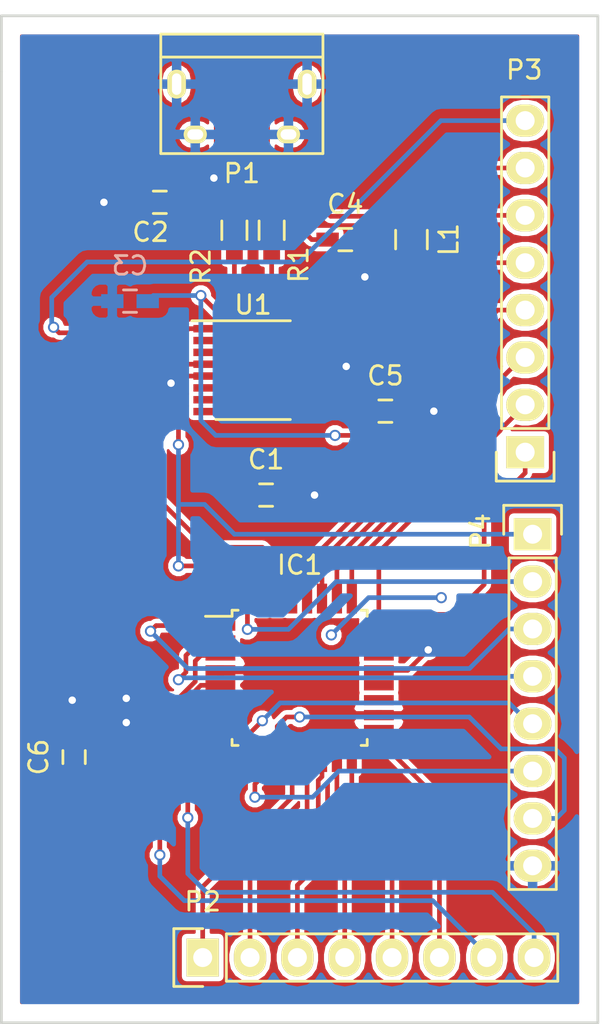
<source format=kicad_pcb>
(kicad_pcb (version 4) (host pcbnew 4.0.4-stable)

  (general
    (links 58)
    (no_connects 0)
    (area 148.924999 76.025 181.675 131.075001)
    (thickness 1.6)
    (drawings 6)
    (tracks 266)
    (zones 0)
    (modules 15)
    (nets 42)
  )

  (page A4)
  (layers
    (0 F.Cu signal)
    (31 B.Cu signal)
    (32 B.Adhes user)
    (33 F.Adhes user)
    (34 B.Paste user)
    (35 F.Paste user)
    (36 B.SilkS user)
    (37 F.SilkS user)
    (38 B.Mask user)
    (39 F.Mask user)
    (40 Dwgs.User user)
    (41 Cmts.User user)
    (42 Eco1.User user)
    (43 Eco2.User user)
    (44 Edge.Cuts user)
    (45 Margin user)
    (46 B.CrtYd user)
    (47 F.CrtYd user)
    (48 B.Fab user)
    (49 F.Fab user)
  )

  (setup
    (last_trace_width 0.25)
    (trace_clearance 0.2)
    (zone_clearance 0.25)
    (zone_45_only no)
    (trace_min 0.2)
    (segment_width 0.2)
    (edge_width 0.15)
    (via_size 0.6)
    (via_drill 0.4)
    (via_min_size 0.4)
    (via_min_drill 0.3)
    (uvia_size 0.3)
    (uvia_drill 0.1)
    (uvias_allowed no)
    (uvia_min_size 0.2)
    (uvia_min_drill 0.1)
    (pcb_text_width 0.3)
    (pcb_text_size 1.5 1.5)
    (mod_edge_width 0.15)
    (mod_text_size 1 1)
    (mod_text_width 0.15)
    (pad_size 1.524 1.524)
    (pad_drill 0.762)
    (pad_to_mask_clearance 0.2)
    (aux_axis_origin 0 0)
    (visible_elements FFFFFF7F)
    (pcbplotparams
      (layerselection 0x010fc_80000001)
      (usegerberextensions false)
      (excludeedgelayer true)
      (linewidth 0.100000)
      (plotframeref false)
      (viasonmask false)
      (mode 1)
      (useauxorigin false)
      (hpglpennumber 1)
      (hpglpenspeed 20)
      (hpglpendiameter 15)
      (hpglpenoverlay 2)
      (psnegative false)
      (psa4output false)
      (plotreference true)
      (plotvalue true)
      (plotinvisibletext false)
      (padsonsilk false)
      (subtractmaskfromsilk false)
      (outputformat 4)
      (mirror false)
      (drillshape 0)
      (scaleselection 1)
      (outputdirectory Outputs/PDF_Plots/))
  )

  (net 0 "")
  (net 1 /5V_USB_FILTERED)
  (net 2 Earth)
  (net 3 "Net-(C2-Pad1)")
  (net 4 "Net-(C3-Pad1)")
  (net 5 "Net-(C4-Pad1)")
  (net 6 "Net-(IC1-Pad1)")
  (net 7 "Net-(IC1-Pad2)")
  (net 8 "Net-(IC1-Pad7)")
  (net 9 "Net-(IC1-Pad8)")
  (net 10 "Net-(IC1-Pad9)")
  (net 11 "Net-(IC1-Pad10)")
  (net 12 "Net-(IC1-Pad11)")
  (net 13 "Net-(IC1-Pad12)")
  (net 14 "Net-(IC1-Pad13)")
  (net 15 "Net-(IC1-Pad14)")
  (net 16 "Net-(IC1-Pad15)")
  (net 17 "Net-(IC1-Pad16)")
  (net 18 "Net-(IC1-Pad17)")
  (net 19 "Net-(IC1-Pad19)")
  (net 20 "Net-(IC1-Pad20)")
  (net 21 "Net-(IC1-Pad22)")
  (net 22 "Net-(IC1-Pad23)")
  (net 23 "Net-(IC1-Pad24)")
  (net 24 "Net-(IC1-Pad25)")
  (net 25 "Net-(IC1-Pad26)")
  (net 26 "Net-(IC1-Pad27)")
  (net 27 "Net-(IC1-Pad28)")
  (net 28 "Net-(IC1-Pad29)")
  (net 29 /FTDI_TX)
  (net 30 /FTDI_RX)
  (net 31 "Net-(IC1-Pad32)")
  (net 32 "Net-(L1-Pad2)")
  (net 33 "Net-(P1-Pad4)")
  (net 34 "Net-(R1-Pad1)")
  (net 35 "Net-(R2-Pad1)")
  (net 36 "Net-(U1-Pad2)")
  (net 37 "Net-(U1-Pad6)")
  (net 38 "Net-(U1-Pad7)")
  (net 39 "Net-(U1-Pad14)")
  (net 40 "Net-(U1-Pad15)")
  (net 41 "Net-(U1-Pad16)")

  (net_class Default "This is the default net class."
    (clearance 0.2)
    (trace_width 0.25)
    (via_dia 0.6)
    (via_drill 0.4)
    (uvia_dia 0.3)
    (uvia_drill 0.1)
    (add_net /5V_USB_FILTERED)
    (add_net /FTDI_RX)
    (add_net /FTDI_TX)
    (add_net Earth)
    (add_net "Net-(C2-Pad1)")
    (add_net "Net-(C3-Pad1)")
    (add_net "Net-(C4-Pad1)")
    (add_net "Net-(IC1-Pad1)")
    (add_net "Net-(IC1-Pad10)")
    (add_net "Net-(IC1-Pad11)")
    (add_net "Net-(IC1-Pad12)")
    (add_net "Net-(IC1-Pad13)")
    (add_net "Net-(IC1-Pad14)")
    (add_net "Net-(IC1-Pad15)")
    (add_net "Net-(IC1-Pad16)")
    (add_net "Net-(IC1-Pad17)")
    (add_net "Net-(IC1-Pad19)")
    (add_net "Net-(IC1-Pad2)")
    (add_net "Net-(IC1-Pad20)")
    (add_net "Net-(IC1-Pad22)")
    (add_net "Net-(IC1-Pad23)")
    (add_net "Net-(IC1-Pad24)")
    (add_net "Net-(IC1-Pad25)")
    (add_net "Net-(IC1-Pad26)")
    (add_net "Net-(IC1-Pad27)")
    (add_net "Net-(IC1-Pad28)")
    (add_net "Net-(IC1-Pad29)")
    (add_net "Net-(IC1-Pad32)")
    (add_net "Net-(IC1-Pad7)")
    (add_net "Net-(IC1-Pad8)")
    (add_net "Net-(IC1-Pad9)")
    (add_net "Net-(L1-Pad2)")
    (add_net "Net-(P1-Pad4)")
    (add_net "Net-(R1-Pad1)")
    (add_net "Net-(R2-Pad1)")
    (add_net "Net-(U1-Pad14)")
    (add_net "Net-(U1-Pad15)")
    (add_net "Net-(U1-Pad16)")
    (add_net "Net-(U1-Pad2)")
    (add_net "Net-(U1-Pad6)")
    (add_net "Net-(U1-Pad7)")
  )

  (module Housings_SSOP:SSOP-16_3.9x4.9mm_Pitch0.635mm (layer F.Cu) (tedit 54130A77) (tstamp 58260DC0)
    (at 162.5 96)
    (descr "SSOP16: plastic shrink small outline package; 16 leads; body width 3.9 mm; lead pitch 0.635; (see NXP SSOP-TSSOP-VSO-REFLOW.pdf and sot519-1_po.pdf)")
    (tags "SSOP 0.635")
    (path /58268294)
    (attr smd)
    (fp_text reference U1 (at 0 -3.5) (layer F.SilkS)
      (effects (font (size 1 1) (thickness 0.15)))
    )
    (fp_text value FT230XS (at 0 3.5) (layer F.Fab)
      (effects (font (size 1 1) (thickness 0.15)))
    )
    (fp_line (start -3.45 -2.75) (end -3.45 2.75) (layer F.CrtYd) (width 0.05))
    (fp_line (start 3.45 -2.75) (end 3.45 2.75) (layer F.CrtYd) (width 0.05))
    (fp_line (start -3.45 -2.75) (end 3.45 -2.75) (layer F.CrtYd) (width 0.05))
    (fp_line (start -3.45 2.75) (end 3.45 2.75) (layer F.CrtYd) (width 0.05))
    (fp_line (start -2 2.6475) (end 2 2.6475) (layer F.SilkS) (width 0.15))
    (fp_line (start -3.275 -2.6475) (end 2 -2.6475) (layer F.SilkS) (width 0.15))
    (pad 1 smd rect (at -2.6 -2.2225) (size 1.2 0.4) (layers F.Cu F.Paste F.Mask)
      (net 29 /FTDI_TX))
    (pad 2 smd rect (at -2.6 -1.5875) (size 1.2 0.4) (layers F.Cu F.Paste F.Mask)
      (net 36 "Net-(U1-Pad2)"))
    (pad 3 smd rect (at -2.6 -0.9525) (size 1.2 0.4) (layers F.Cu F.Paste F.Mask)
      (net 4 "Net-(C3-Pad1)"))
    (pad 4 smd rect (at -2.6 -0.3175) (size 1.2 0.4) (layers F.Cu F.Paste F.Mask)
      (net 30 /FTDI_RX))
    (pad 5 smd rect (at -2.6 0.3175) (size 1.2 0.4) (layers F.Cu F.Paste F.Mask)
      (net 2 Earth))
    (pad 6 smd rect (at -2.6 0.9525) (size 1.2 0.4) (layers F.Cu F.Paste F.Mask)
      (net 37 "Net-(U1-Pad6)"))
    (pad 7 smd rect (at -2.6 1.5875) (size 1.2 0.4) (layers F.Cu F.Paste F.Mask)
      (net 38 "Net-(U1-Pad7)"))
    (pad 8 smd rect (at -2.6 2.2225) (size 1.2 0.4) (layers F.Cu F.Paste F.Mask)
      (net 35 "Net-(R2-Pad1)"))
    (pad 9 smd rect (at 2.6 2.2225) (size 1.2 0.4) (layers F.Cu F.Paste F.Mask)
      (net 34 "Net-(R1-Pad1)"))
    (pad 10 smd rect (at 2.6 1.5875) (size 1.2 0.4) (layers F.Cu F.Paste F.Mask)
      (net 4 "Net-(C3-Pad1)"))
    (pad 11 smd rect (at 2.6 0.9525) (size 1.2 0.4) (layers F.Cu F.Paste F.Mask)
      (net 4 "Net-(C3-Pad1)"))
    (pad 12 smd rect (at 2.6 0.3175) (size 1.2 0.4) (layers F.Cu F.Paste F.Mask)
      (net 1 /5V_USB_FILTERED))
    (pad 13 smd rect (at 2.6 -0.3175) (size 1.2 0.4) (layers F.Cu F.Paste F.Mask)
      (net 2 Earth))
    (pad 14 smd rect (at 2.6 -0.9525) (size 1.2 0.4) (layers F.Cu F.Paste F.Mask)
      (net 39 "Net-(U1-Pad14)"))
    (pad 15 smd rect (at 2.6 -1.5875) (size 1.2 0.4) (layers F.Cu F.Paste F.Mask)
      (net 40 "Net-(U1-Pad15)"))
    (pad 16 smd rect (at 2.6 -2.2225) (size 1.2 0.4) (layers F.Cu F.Paste F.Mask)
      (net 41 "Net-(U1-Pad16)"))
    (model Housings_SSOP.3dshapes/SSOP-16_3.9x4.9mm_Pitch0.635mm.wrl
      (at (xyz 0 0 0))
      (scale (xyz 1 1 1))
      (rotate (xyz 0 0 0))
    )
  )

  (module Capacitors_SMD:C_0603_HandSoldering (layer F.Cu) (tedit 541A9B4D) (tstamp 58260CBA)
    (at 163.2 102.7)
    (descr "Capacitor SMD 0603, hand soldering")
    (tags "capacitor 0603")
    (path /58264F84)
    (attr smd)
    (fp_text reference C1 (at 0 -1.9) (layer F.SilkS)
      (effects (font (size 1 1) (thickness 0.15)))
    )
    (fp_text value "0.1 uF" (at 0 1.9) (layer F.Fab)
      (effects (font (size 1 1) (thickness 0.15)))
    )
    (fp_line (start -1.85 -0.75) (end 1.85 -0.75) (layer F.CrtYd) (width 0.05))
    (fp_line (start -1.85 0.75) (end 1.85 0.75) (layer F.CrtYd) (width 0.05))
    (fp_line (start -1.85 -0.75) (end -1.85 0.75) (layer F.CrtYd) (width 0.05))
    (fp_line (start 1.85 -0.75) (end 1.85 0.75) (layer F.CrtYd) (width 0.05))
    (fp_line (start -0.35 -0.6) (end 0.35 -0.6) (layer F.SilkS) (width 0.15))
    (fp_line (start 0.35 0.6) (end -0.35 0.6) (layer F.SilkS) (width 0.15))
    (pad 1 smd rect (at -0.95 0) (size 1.2 0.75) (layers F.Cu F.Paste F.Mask)
      (net 1 /5V_USB_FILTERED))
    (pad 2 smd rect (at 0.95 0) (size 1.2 0.75) (layers F.Cu F.Paste F.Mask)
      (net 2 Earth))
    (model Capacitors_SMD.3dshapes/C_0603_HandSoldering.wrl
      (at (xyz 0 0 0))
      (scale (xyz 1 1 1))
      (rotate (xyz 0 0 0))
    )
  )

  (module Capacitors_SMD:C_0603_HandSoldering (layer F.Cu) (tedit 541A9B4D) (tstamp 58260CC6)
    (at 157.5 87 180)
    (descr "Capacitor SMD 0603, hand soldering")
    (tags "capacitor 0603")
    (path /582689A2)
    (attr smd)
    (fp_text reference C2 (at 0.5 -1.6 180) (layer F.SilkS)
      (effects (font (size 1 1) (thickness 0.15)))
    )
    (fp_text value "47 pF" (at 0 1.9 180) (layer F.Fab)
      (effects (font (size 1 1) (thickness 0.15)))
    )
    (fp_line (start -1.85 -0.75) (end 1.85 -0.75) (layer F.CrtYd) (width 0.05))
    (fp_line (start -1.85 0.75) (end 1.85 0.75) (layer F.CrtYd) (width 0.05))
    (fp_line (start -1.85 -0.75) (end -1.85 0.75) (layer F.CrtYd) (width 0.05))
    (fp_line (start 1.85 -0.75) (end 1.85 0.75) (layer F.CrtYd) (width 0.05))
    (fp_line (start -0.35 -0.6) (end 0.35 -0.6) (layer F.SilkS) (width 0.15))
    (fp_line (start 0.35 0.6) (end -0.35 0.6) (layer F.SilkS) (width 0.15))
    (pad 1 smd rect (at -0.95 0 180) (size 1.2 0.75) (layers F.Cu F.Paste F.Mask)
      (net 3 "Net-(C2-Pad1)"))
    (pad 2 smd rect (at 0.95 0 180) (size 1.2 0.75) (layers F.Cu F.Paste F.Mask)
      (net 2 Earth))
    (model Capacitors_SMD.3dshapes/C_0603_HandSoldering.wrl
      (at (xyz 0 0 0))
      (scale (xyz 1 1 1))
      (rotate (xyz 0 0 0))
    )
  )

  (module Capacitors_SMD:C_0603_HandSoldering (layer B.Cu) (tedit 541A9B4D) (tstamp 58260CD2)
    (at 155.9 92.3 180)
    (descr "Capacitor SMD 0603, hand soldering")
    (tags "capacitor 0603")
    (path /582687F9)
    (attr smd)
    (fp_text reference C3 (at 0 1.9 180) (layer B.SilkS)
      (effects (font (size 1 1) (thickness 0.15)) (justify mirror))
    )
    (fp_text value "0.1 uF" (at 0 -1.9 180) (layer B.Fab)
      (effects (font (size 1 1) (thickness 0.15)) (justify mirror))
    )
    (fp_line (start -1.85 0.75) (end 1.85 0.75) (layer B.CrtYd) (width 0.05))
    (fp_line (start -1.85 -0.75) (end 1.85 -0.75) (layer B.CrtYd) (width 0.05))
    (fp_line (start -1.85 0.75) (end -1.85 -0.75) (layer B.CrtYd) (width 0.05))
    (fp_line (start 1.85 0.75) (end 1.85 -0.75) (layer B.CrtYd) (width 0.05))
    (fp_line (start -0.35 0.6) (end 0.35 0.6) (layer B.SilkS) (width 0.15))
    (fp_line (start 0.35 -0.6) (end -0.35 -0.6) (layer B.SilkS) (width 0.15))
    (pad 1 smd rect (at -0.95 0 180) (size 1.2 0.75) (layers B.Cu B.Paste B.Mask)
      (net 4 "Net-(C3-Pad1)"))
    (pad 2 smd rect (at 0.95 0 180) (size 1.2 0.75) (layers B.Cu B.Paste B.Mask)
      (net 2 Earth))
    (model Capacitors_SMD.3dshapes/C_0603_HandSoldering.wrl
      (at (xyz 0 0 0))
      (scale (xyz 1 1 1))
      (rotate (xyz 0 0 0))
    )
  )

  (module Capacitors_SMD:C_0603_HandSoldering (layer F.Cu) (tedit 541A9B4D) (tstamp 58260CDE)
    (at 167.45 89)
    (descr "Capacitor SMD 0603, hand soldering")
    (tags "capacitor 0603")
    (path /58268AC7)
    (attr smd)
    (fp_text reference C4 (at 0 -1.9) (layer F.SilkS)
      (effects (font (size 1 1) (thickness 0.15)))
    )
    (fp_text value "47 pF" (at 0 1.9) (layer F.Fab)
      (effects (font (size 1 1) (thickness 0.15)))
    )
    (fp_line (start -1.85 -0.75) (end 1.85 -0.75) (layer F.CrtYd) (width 0.05))
    (fp_line (start -1.85 0.75) (end 1.85 0.75) (layer F.CrtYd) (width 0.05))
    (fp_line (start -1.85 -0.75) (end -1.85 0.75) (layer F.CrtYd) (width 0.05))
    (fp_line (start 1.85 -0.75) (end 1.85 0.75) (layer F.CrtYd) (width 0.05))
    (fp_line (start -0.35 -0.6) (end 0.35 -0.6) (layer F.SilkS) (width 0.15))
    (fp_line (start 0.35 0.6) (end -0.35 0.6) (layer F.SilkS) (width 0.15))
    (pad 1 smd rect (at -0.95 0) (size 1.2 0.75) (layers F.Cu F.Paste F.Mask)
      (net 5 "Net-(C4-Pad1)"))
    (pad 2 smd rect (at 0.95 0) (size 1.2 0.75) (layers F.Cu F.Paste F.Mask)
      (net 2 Earth))
    (model Capacitors_SMD.3dshapes/C_0603_HandSoldering.wrl
      (at (xyz 0 0 0))
      (scale (xyz 1 1 1))
      (rotate (xyz 0 0 0))
    )
  )

  (module Capacitors_SMD:C_0603_HandSoldering (layer F.Cu) (tedit 541A9B4D) (tstamp 58260CEA)
    (at 169.6 98.2)
    (descr "Capacitor SMD 0603, hand soldering")
    (tags "capacitor 0603")
    (path /5826857F)
    (attr smd)
    (fp_text reference C5 (at 0 -1.9) (layer F.SilkS)
      (effects (font (size 1 1) (thickness 0.15)))
    )
    (fp_text value "0.1 uF" (at 0 1.9) (layer F.Fab)
      (effects (font (size 1 1) (thickness 0.15)))
    )
    (fp_line (start -1.85 -0.75) (end 1.85 -0.75) (layer F.CrtYd) (width 0.05))
    (fp_line (start -1.85 0.75) (end 1.85 0.75) (layer F.CrtYd) (width 0.05))
    (fp_line (start -1.85 -0.75) (end -1.85 0.75) (layer F.CrtYd) (width 0.05))
    (fp_line (start 1.85 -0.75) (end 1.85 0.75) (layer F.CrtYd) (width 0.05))
    (fp_line (start -0.35 -0.6) (end 0.35 -0.6) (layer F.SilkS) (width 0.15))
    (fp_line (start 0.35 0.6) (end -0.35 0.6) (layer F.SilkS) (width 0.15))
    (pad 1 smd rect (at -0.95 0) (size 1.2 0.75) (layers F.Cu F.Paste F.Mask)
      (net 4 "Net-(C3-Pad1)"))
    (pad 2 smd rect (at 0.95 0) (size 1.2 0.75) (layers F.Cu F.Paste F.Mask)
      (net 2 Earth))
    (model Capacitors_SMD.3dshapes/C_0603_HandSoldering.wrl
      (at (xyz 0 0 0))
      (scale (xyz 1 1 1))
      (rotate (xyz 0 0 0))
    )
  )

  (module Capacitors_SMD:C_0603_HandSoldering (layer F.Cu) (tedit 541A9B4D) (tstamp 58260CF6)
    (at 152.9 116.75 90)
    (descr "Capacitor SMD 0603, hand soldering")
    (tags "capacitor 0603")
    (path /58268702)
    (attr smd)
    (fp_text reference C6 (at 0 -1.9 90) (layer F.SilkS)
      (effects (font (size 1 1) (thickness 0.15)))
    )
    (fp_text value "0.1 uF" (at 0 1.9 90) (layer F.Fab)
      (effects (font (size 1 1) (thickness 0.15)))
    )
    (fp_line (start -1.85 -0.75) (end 1.85 -0.75) (layer F.CrtYd) (width 0.05))
    (fp_line (start -1.85 0.75) (end 1.85 0.75) (layer F.CrtYd) (width 0.05))
    (fp_line (start -1.85 -0.75) (end -1.85 0.75) (layer F.CrtYd) (width 0.05))
    (fp_line (start 1.85 -0.75) (end 1.85 0.75) (layer F.CrtYd) (width 0.05))
    (fp_line (start -0.35 -0.6) (end 0.35 -0.6) (layer F.SilkS) (width 0.15))
    (fp_line (start 0.35 0.6) (end -0.35 0.6) (layer F.SilkS) (width 0.15))
    (pad 1 smd rect (at -0.95 0 90) (size 1.2 0.75) (layers F.Cu F.Paste F.Mask)
      (net 1 /5V_USB_FILTERED))
    (pad 2 smd rect (at 0.95 0 90) (size 1.2 0.75) (layers F.Cu F.Paste F.Mask)
      (net 2 Earth))
    (model Capacitors_SMD.3dshapes/C_0603_HandSoldering.wrl
      (at (xyz 0 0 0))
      (scale (xyz 1 1 1))
      (rotate (xyz 0 0 0))
    )
  )

  (module Housings_QFP:TQFP-32_7x7mm_Pitch0.8mm (layer F.Cu) (tedit 54130A77) (tstamp 58260D27)
    (at 165 112.5)
    (descr "32-Lead Plastic Thin Quad Flatpack (PT) - 7x7x1.0 mm Body, 2.00 mm [TQFP] (see Microchip Packaging Specification 00000049BS.pdf)")
    (tags "QFP 0.8")
    (path /582649CA)
    (attr smd)
    (fp_text reference IC1 (at 0 -6.05) (layer F.SilkS)
      (effects (font (size 1 1) (thickness 0.15)))
    )
    (fp_text value ATMEGA328P-A (at 0 6.05) (layer F.Fab)
      (effects (font (size 1 1) (thickness 0.15)))
    )
    (fp_line (start -5.3 -5.3) (end -5.3 5.3) (layer F.CrtYd) (width 0.05))
    (fp_line (start 5.3 -5.3) (end 5.3 5.3) (layer F.CrtYd) (width 0.05))
    (fp_line (start -5.3 -5.3) (end 5.3 -5.3) (layer F.CrtYd) (width 0.05))
    (fp_line (start -5.3 5.3) (end 5.3 5.3) (layer F.CrtYd) (width 0.05))
    (fp_line (start -3.625 -3.625) (end -3.625 -3.3) (layer F.SilkS) (width 0.15))
    (fp_line (start 3.625 -3.625) (end 3.625 -3.3) (layer F.SilkS) (width 0.15))
    (fp_line (start 3.625 3.625) (end 3.625 3.3) (layer F.SilkS) (width 0.15))
    (fp_line (start -3.625 3.625) (end -3.625 3.3) (layer F.SilkS) (width 0.15))
    (fp_line (start -3.625 -3.625) (end -3.3 -3.625) (layer F.SilkS) (width 0.15))
    (fp_line (start -3.625 3.625) (end -3.3 3.625) (layer F.SilkS) (width 0.15))
    (fp_line (start 3.625 3.625) (end 3.3 3.625) (layer F.SilkS) (width 0.15))
    (fp_line (start 3.625 -3.625) (end 3.3 -3.625) (layer F.SilkS) (width 0.15))
    (fp_line (start -3.625 -3.3) (end -5.05 -3.3) (layer F.SilkS) (width 0.15))
    (pad 1 smd rect (at -4.25 -2.8) (size 1.6 0.55) (layers F.Cu F.Paste F.Mask)
      (net 6 "Net-(IC1-Pad1)"))
    (pad 2 smd rect (at -4.25 -2) (size 1.6 0.55) (layers F.Cu F.Paste F.Mask)
      (net 7 "Net-(IC1-Pad2)"))
    (pad 3 smd rect (at -4.25 -1.2) (size 1.6 0.55) (layers F.Cu F.Paste F.Mask)
      (net 2 Earth))
    (pad 4 smd rect (at -4.25 -0.4) (size 1.6 0.55) (layers F.Cu F.Paste F.Mask)
      (net 1 /5V_USB_FILTERED))
    (pad 5 smd rect (at -4.25 0.4) (size 1.6 0.55) (layers F.Cu F.Paste F.Mask)
      (net 2 Earth))
    (pad 6 smd rect (at -4.25 1.2) (size 1.6 0.55) (layers F.Cu F.Paste F.Mask)
      (net 1 /5V_USB_FILTERED))
    (pad 7 smd rect (at -4.25 2) (size 1.6 0.55) (layers F.Cu F.Paste F.Mask)
      (net 8 "Net-(IC1-Pad7)"))
    (pad 8 smd rect (at -4.25 2.8) (size 1.6 0.55) (layers F.Cu F.Paste F.Mask)
      (net 9 "Net-(IC1-Pad8)"))
    (pad 9 smd rect (at -2.8 4.25 90) (size 1.6 0.55) (layers F.Cu F.Paste F.Mask)
      (net 10 "Net-(IC1-Pad9)"))
    (pad 10 smd rect (at -2 4.25 90) (size 1.6 0.55) (layers F.Cu F.Paste F.Mask)
      (net 11 "Net-(IC1-Pad10)"))
    (pad 11 smd rect (at -1.2 4.25 90) (size 1.6 0.55) (layers F.Cu F.Paste F.Mask)
      (net 12 "Net-(IC1-Pad11)"))
    (pad 12 smd rect (at -0.4 4.25 90) (size 1.6 0.55) (layers F.Cu F.Paste F.Mask)
      (net 13 "Net-(IC1-Pad12)"))
    (pad 13 smd rect (at 0.4 4.25 90) (size 1.6 0.55) (layers F.Cu F.Paste F.Mask)
      (net 14 "Net-(IC1-Pad13)"))
    (pad 14 smd rect (at 1.2 4.25 90) (size 1.6 0.55) (layers F.Cu F.Paste F.Mask)
      (net 15 "Net-(IC1-Pad14)"))
    (pad 15 smd rect (at 2 4.25 90) (size 1.6 0.55) (layers F.Cu F.Paste F.Mask)
      (net 16 "Net-(IC1-Pad15)"))
    (pad 16 smd rect (at 2.8 4.25 90) (size 1.6 0.55) (layers F.Cu F.Paste F.Mask)
      (net 17 "Net-(IC1-Pad16)"))
    (pad 17 smd rect (at 4.25 2.8) (size 1.6 0.55) (layers F.Cu F.Paste F.Mask)
      (net 18 "Net-(IC1-Pad17)"))
    (pad 18 smd rect (at 4.25 2) (size 1.6 0.55) (layers F.Cu F.Paste F.Mask)
      (net 1 /5V_USB_FILTERED))
    (pad 19 smd rect (at 4.25 1.2) (size 1.6 0.55) (layers F.Cu F.Paste F.Mask)
      (net 19 "Net-(IC1-Pad19)"))
    (pad 20 smd rect (at 4.25 0.4) (size 1.6 0.55) (layers F.Cu F.Paste F.Mask)
      (net 20 "Net-(IC1-Pad20)"))
    (pad 21 smd rect (at 4.25 -0.4) (size 1.6 0.55) (layers F.Cu F.Paste F.Mask)
      (net 2 Earth))
    (pad 22 smd rect (at 4.25 -1.2) (size 1.6 0.55) (layers F.Cu F.Paste F.Mask)
      (net 21 "Net-(IC1-Pad22)"))
    (pad 23 smd rect (at 4.25 -2) (size 1.6 0.55) (layers F.Cu F.Paste F.Mask)
      (net 22 "Net-(IC1-Pad23)"))
    (pad 24 smd rect (at 4.25 -2.8) (size 1.6 0.55) (layers F.Cu F.Paste F.Mask)
      (net 23 "Net-(IC1-Pad24)"))
    (pad 25 smd rect (at 2.8 -4.25 90) (size 1.6 0.55) (layers F.Cu F.Paste F.Mask)
      (net 24 "Net-(IC1-Pad25)"))
    (pad 26 smd rect (at 2 -4.25 90) (size 1.6 0.55) (layers F.Cu F.Paste F.Mask)
      (net 25 "Net-(IC1-Pad26)"))
    (pad 27 smd rect (at 1.2 -4.25 90) (size 1.6 0.55) (layers F.Cu F.Paste F.Mask)
      (net 26 "Net-(IC1-Pad27)"))
    (pad 28 smd rect (at 0.4 -4.25 90) (size 1.6 0.55) (layers F.Cu F.Paste F.Mask)
      (net 27 "Net-(IC1-Pad28)"))
    (pad 29 smd rect (at -0.4 -4.25 90) (size 1.6 0.55) (layers F.Cu F.Paste F.Mask)
      (net 28 "Net-(IC1-Pad29)"))
    (pad 30 smd rect (at -1.2 -4.25 90) (size 1.6 0.55) (layers F.Cu F.Paste F.Mask)
      (net 29 /FTDI_TX))
    (pad 31 smd rect (at -2 -4.25 90) (size 1.6 0.55) (layers F.Cu F.Paste F.Mask)
      (net 30 /FTDI_RX))
    (pad 32 smd rect (at -2.8 -4.25 90) (size 1.6 0.55) (layers F.Cu F.Paste F.Mask)
      (net 31 "Net-(IC1-Pad32)"))
    (model Housings_QFP.3dshapes/TQFP-32_7x7mm_Pitch0.8mm.wrl
      (at (xyz 0 0 0))
      (scale (xyz 1 1 1))
      (rotate (xyz 0 0 0))
    )
  )

  (module Capacitors_SMD:C_0805_HandSoldering (layer F.Cu) (tedit 541A9B8D) (tstamp 58260D33)
    (at 171 89 90)
    (descr "Capacitor SMD 0805, hand soldering")
    (tags "capacitor 0805")
    (path /58264D0A)
    (attr smd)
    (fp_text reference L1 (at 0 2 90) (layer F.SilkS)
      (effects (font (size 1 1) (thickness 0.15)))
    )
    (fp_text value "40 Ohm Ferrite Bead" (at 0 2.1 90) (layer F.Fab)
      (effects (font (size 1 1) (thickness 0.15)))
    )
    (fp_line (start -2.3 -1) (end 2.3 -1) (layer F.CrtYd) (width 0.05))
    (fp_line (start -2.3 1) (end 2.3 1) (layer F.CrtYd) (width 0.05))
    (fp_line (start -2.3 -1) (end -2.3 1) (layer F.CrtYd) (width 0.05))
    (fp_line (start 2.3 -1) (end 2.3 1) (layer F.CrtYd) (width 0.05))
    (fp_line (start 0.5 -0.85) (end -0.5 -0.85) (layer F.SilkS) (width 0.15))
    (fp_line (start -0.5 0.85) (end 0.5 0.85) (layer F.SilkS) (width 0.15))
    (pad 1 smd rect (at -1.25 0 90) (size 1.5 1.25) (layers F.Cu F.Paste F.Mask)
      (net 1 /5V_USB_FILTERED))
    (pad 2 smd rect (at 1.25 0 90) (size 1.5 1.25) (layers F.Cu F.Paste F.Mask)
      (net 32 "Net-(L1-Pad2)"))
    (model Capacitors_SMD.3dshapes/C_0805_HandSoldering.wrl
      (at (xyz 0 0 0))
      (scale (xyz 1 1 1))
      (rotate (xyz 0 0 0))
    )
  )

  (module Connect:USB_Micro-B (layer F.Cu) (tedit 5543E447) (tstamp 58260D49)
    (at 161.9 81.8 180)
    (descr "Micro USB Type B Receptacle")
    (tags "USB USB_B USB_micro USB_OTG")
    (path /58264B1C)
    (attr smd)
    (fp_text reference P1 (at 0 -3.65 180) (layer F.SilkS)
      (effects (font (size 1 1) (thickness 0.15)))
    )
    (fp_text value USB_OTG (at 0 4.8 180) (layer F.Fab)
      (effects (font (size 1 1) (thickness 0.15)))
    )
    (fp_line (start -4.6 -2.8) (end 4.6 -2.8) (layer F.CrtYd) (width 0.05))
    (fp_line (start 4.6 -2.8) (end 4.6 4.05) (layer F.CrtYd) (width 0.05))
    (fp_line (start 4.6 4.05) (end -4.6 4.05) (layer F.CrtYd) (width 0.05))
    (fp_line (start -4.6 4.05) (end -4.6 -2.8) (layer F.CrtYd) (width 0.05))
    (fp_line (start -4.3509 3.81746) (end 4.3491 3.81746) (layer F.SilkS) (width 0.15))
    (fp_line (start -4.3509 -2.58754) (end 4.3491 -2.58754) (layer F.SilkS) (width 0.15))
    (fp_line (start 4.3491 -2.58754) (end 4.3491 3.81746) (layer F.SilkS) (width 0.15))
    (fp_line (start 4.3491 2.58746) (end -4.3509 2.58746) (layer F.SilkS) (width 0.15))
    (fp_line (start -4.3509 3.81746) (end -4.3509 -2.58754) (layer F.SilkS) (width 0.15))
    (pad 1 smd rect (at -1.3009 -1.56254 270) (size 1.35 0.4) (layers F.Cu F.Paste F.Mask)
      (net 32 "Net-(L1-Pad2)"))
    (pad 2 smd rect (at -0.6509 -1.56254 270) (size 1.35 0.4) (layers F.Cu F.Paste F.Mask)
      (net 5 "Net-(C4-Pad1)"))
    (pad 3 smd rect (at -0.0009 -1.56254 270) (size 1.35 0.4) (layers F.Cu F.Paste F.Mask)
      (net 3 "Net-(C2-Pad1)"))
    (pad 4 smd rect (at 0.6491 -1.56254 270) (size 1.35 0.4) (layers F.Cu F.Paste F.Mask)
      (net 33 "Net-(P1-Pad4)"))
    (pad 5 smd rect (at 1.2991 -1.56254 270) (size 1.35 0.4) (layers F.Cu F.Paste F.Mask)
      (net 2 Earth))
    (pad 6 thru_hole oval (at -2.5009 -1.56254 270) (size 0.95 1.25) (drill oval 0.55 0.85) (layers *.Cu *.Mask F.SilkS)
      (net 2 Earth))
    (pad 6 thru_hole oval (at 2.4991 -1.56254 270) (size 0.95 1.25) (drill oval 0.55 0.85) (layers *.Cu *.Mask F.SilkS)
      (net 2 Earth))
    (pad 6 thru_hole oval (at -3.5009 1.13746 270) (size 1.55 1) (drill oval 1.15 0.5) (layers *.Cu *.Mask F.SilkS)
      (net 2 Earth))
    (pad 6 thru_hole oval (at 3.4991 1.13746 270) (size 1.55 1) (drill oval 1.15 0.5) (layers *.Cu *.Mask F.SilkS)
      (net 2 Earth))
  )

  (module Socket_Strips:Socket_Strip_Straight_1x08 (layer F.Cu) (tedit 0) (tstamp 58260D60)
    (at 159.8 127.5)
    (descr "Through hole socket strip")
    (tags "socket strip")
    (path /582663B7)
    (fp_text reference P2 (at 0 -3) (layer F.SilkS)
      (effects (font (size 1 1) (thickness 0.15)))
    )
    (fp_text value CONN_01X08 (at 0 -3.1) (layer F.Fab)
      (effects (font (size 1 1) (thickness 0.15)))
    )
    (fp_line (start -1.75 -1.75) (end -1.75 1.75) (layer F.CrtYd) (width 0.05))
    (fp_line (start 19.55 -1.75) (end 19.55 1.75) (layer F.CrtYd) (width 0.05))
    (fp_line (start -1.75 -1.75) (end 19.55 -1.75) (layer F.CrtYd) (width 0.05))
    (fp_line (start -1.75 1.75) (end 19.55 1.75) (layer F.CrtYd) (width 0.05))
    (fp_line (start 1.27 1.27) (end 19.05 1.27) (layer F.SilkS) (width 0.15))
    (fp_line (start 19.05 1.27) (end 19.05 -1.27) (layer F.SilkS) (width 0.15))
    (fp_line (start 19.05 -1.27) (end 1.27 -1.27) (layer F.SilkS) (width 0.15))
    (fp_line (start -1.55 1.55) (end 0 1.55) (layer F.SilkS) (width 0.15))
    (fp_line (start 1.27 1.27) (end 1.27 -1.27) (layer F.SilkS) (width 0.15))
    (fp_line (start 0 -1.55) (end -1.55 -1.55) (layer F.SilkS) (width 0.15))
    (fp_line (start -1.55 -1.55) (end -1.55 1.55) (layer F.SilkS) (width 0.15))
    (pad 1 thru_hole rect (at 0 0) (size 1.7272 2.032) (drill 1.016) (layers *.Cu *.Mask F.SilkS)
      (net 13 "Net-(IC1-Pad12)"))
    (pad 2 thru_hole oval (at 2.54 0) (size 1.7272 2.032) (drill 1.016) (layers *.Cu *.Mask F.SilkS)
      (net 14 "Net-(IC1-Pad13)"))
    (pad 3 thru_hole oval (at 5.08 0) (size 1.7272 2.032) (drill 1.016) (layers *.Cu *.Mask F.SilkS)
      (net 15 "Net-(IC1-Pad14)"))
    (pad 4 thru_hole oval (at 7.62 0) (size 1.7272 2.032) (drill 1.016) (layers *.Cu *.Mask F.SilkS)
      (net 16 "Net-(IC1-Pad15)"))
    (pad 5 thru_hole oval (at 10.16 0) (size 1.7272 2.032) (drill 1.016) (layers *.Cu *.Mask F.SilkS)
      (net 17 "Net-(IC1-Pad16)"))
    (pad 6 thru_hole oval (at 12.7 0) (size 1.7272 2.032) (drill 1.016) (layers *.Cu *.Mask F.SilkS)
      (net 18 "Net-(IC1-Pad17)"))
    (pad 7 thru_hole oval (at 15.24 0) (size 1.7272 2.032) (drill 1.016) (layers *.Cu *.Mask F.SilkS)
      (net 8 "Net-(IC1-Pad7)"))
    (pad 8 thru_hole oval (at 17.78 0) (size 1.7272 2.032) (drill 1.016) (layers *.Cu *.Mask F.SilkS)
      (net 9 "Net-(IC1-Pad8)"))
    (model Socket_Strips.3dshapes/Socket_Strip_Straight_1x08.wrl
      (at (xyz 0.35 0 0))
      (scale (xyz 1 1 1))
      (rotate (xyz 0 0 180))
    )
  )

  (module Socket_Strips:Socket_Strip_Straight_1x08 (layer F.Cu) (tedit 0) (tstamp 58260D77)
    (at 177.1 100.4 90)
    (descr "Through hole socket strip")
    (tags "socket strip")
    (path /58266430)
    (fp_text reference P3 (at 20.5 -0.05 180) (layer F.SilkS)
      (effects (font (size 1 1) (thickness 0.15)))
    )
    (fp_text value CONN_01X08 (at 0 -3.1 90) (layer F.Fab)
      (effects (font (size 1 1) (thickness 0.15)))
    )
    (fp_line (start -1.75 -1.75) (end -1.75 1.75) (layer F.CrtYd) (width 0.05))
    (fp_line (start 19.55 -1.75) (end 19.55 1.75) (layer F.CrtYd) (width 0.05))
    (fp_line (start -1.75 -1.75) (end 19.55 -1.75) (layer F.CrtYd) (width 0.05))
    (fp_line (start -1.75 1.75) (end 19.55 1.75) (layer F.CrtYd) (width 0.05))
    (fp_line (start 1.27 1.27) (end 19.05 1.27) (layer F.SilkS) (width 0.15))
    (fp_line (start 19.05 1.27) (end 19.05 -1.27) (layer F.SilkS) (width 0.15))
    (fp_line (start 19.05 -1.27) (end 1.27 -1.27) (layer F.SilkS) (width 0.15))
    (fp_line (start -1.55 1.55) (end 0 1.55) (layer F.SilkS) (width 0.15))
    (fp_line (start 1.27 1.27) (end 1.27 -1.27) (layer F.SilkS) (width 0.15))
    (fp_line (start 0 -1.55) (end -1.55 -1.55) (layer F.SilkS) (width 0.15))
    (fp_line (start -1.55 -1.55) (end -1.55 1.55) (layer F.SilkS) (width 0.15))
    (pad 1 thru_hole rect (at 0 0 90) (size 1.7272 2.032) (drill 1.016) (layers *.Cu *.Mask F.SilkS)
      (net 22 "Net-(IC1-Pad23)"))
    (pad 2 thru_hole oval (at 2.54 0 90) (size 1.7272 2.032) (drill 1.016) (layers *.Cu *.Mask F.SilkS)
      (net 23 "Net-(IC1-Pad24)"))
    (pad 3 thru_hole oval (at 5.08 0 90) (size 1.7272 2.032) (drill 1.016) (layers *.Cu *.Mask F.SilkS)
      (net 24 "Net-(IC1-Pad25)"))
    (pad 4 thru_hole oval (at 7.62 0 90) (size 1.7272 2.032) (drill 1.016) (layers *.Cu *.Mask F.SilkS)
      (net 25 "Net-(IC1-Pad26)"))
    (pad 5 thru_hole oval (at 10.16 0 90) (size 1.7272 2.032) (drill 1.016) (layers *.Cu *.Mask F.SilkS)
      (net 26 "Net-(IC1-Pad27)"))
    (pad 6 thru_hole oval (at 12.7 0 90) (size 1.7272 2.032) (drill 1.016) (layers *.Cu *.Mask F.SilkS)
      (net 27 "Net-(IC1-Pad28)"))
    (pad 7 thru_hole oval (at 15.24 0 90) (size 1.7272 2.032) (drill 1.016) (layers *.Cu *.Mask F.SilkS)
      (net 28 "Net-(IC1-Pad29)"))
    (pad 8 thru_hole oval (at 17.78 0 90) (size 1.7272 2.032) (drill 1.016) (layers *.Cu *.Mask F.SilkS)
      (net 29 /FTDI_TX))
    (model Socket_Strips.3dshapes/Socket_Strip_Straight_1x08.wrl
      (at (xyz 0.35 0 0))
      (scale (xyz 1 1 1))
      (rotate (xyz 0 0 180))
    )
  )

  (module Socket_Strips:Socket_Strip_Straight_1x08 (layer F.Cu) (tedit 0) (tstamp 58260D8E)
    (at 177.5 104.8 270)
    (descr "Through hole socket strip")
    (tags "socket strip")
    (path /5826647A)
    (fp_text reference P4 (at -0.15 2.8 270) (layer F.SilkS)
      (effects (font (size 1 1) (thickness 0.15)))
    )
    (fp_text value CONN_01X08 (at 0 -3.1 270) (layer F.Fab)
      (effects (font (size 1 1) (thickness 0.15)))
    )
    (fp_line (start -1.75 -1.75) (end -1.75 1.75) (layer F.CrtYd) (width 0.05))
    (fp_line (start 19.55 -1.75) (end 19.55 1.75) (layer F.CrtYd) (width 0.05))
    (fp_line (start -1.75 -1.75) (end 19.55 -1.75) (layer F.CrtYd) (width 0.05))
    (fp_line (start -1.75 1.75) (end 19.55 1.75) (layer F.CrtYd) (width 0.05))
    (fp_line (start 1.27 1.27) (end 19.05 1.27) (layer F.SilkS) (width 0.15))
    (fp_line (start 19.05 1.27) (end 19.05 -1.27) (layer F.SilkS) (width 0.15))
    (fp_line (start 19.05 -1.27) (end 1.27 -1.27) (layer F.SilkS) (width 0.15))
    (fp_line (start -1.55 1.55) (end 0 1.55) (layer F.SilkS) (width 0.15))
    (fp_line (start 1.27 1.27) (end 1.27 -1.27) (layer F.SilkS) (width 0.15))
    (fp_line (start 0 -1.55) (end -1.55 -1.55) (layer F.SilkS) (width 0.15))
    (fp_line (start -1.55 -1.55) (end -1.55 1.55) (layer F.SilkS) (width 0.15))
    (pad 1 thru_hole rect (at 0 0 270) (size 1.7272 2.032) (drill 1.016) (layers *.Cu *.Mask F.SilkS)
      (net 30 /FTDI_RX))
    (pad 2 thru_hole oval (at 2.54 0 270) (size 1.7272 2.032) (drill 1.016) (layers *.Cu *.Mask F.SilkS)
      (net 31 "Net-(IC1-Pad32)"))
    (pad 3 thru_hole oval (at 5.08 0 270) (size 1.7272 2.032) (drill 1.016) (layers *.Cu *.Mask F.SilkS)
      (net 6 "Net-(IC1-Pad1)"))
    (pad 4 thru_hole oval (at 7.62 0 270) (size 1.7272 2.032) (drill 1.016) (layers *.Cu *.Mask F.SilkS)
      (net 7 "Net-(IC1-Pad2)"))
    (pad 5 thru_hole oval (at 10.16 0 270) (size 1.7272 2.032) (drill 1.016) (layers *.Cu *.Mask F.SilkS)
      (net 10 "Net-(IC1-Pad9)"))
    (pad 6 thru_hole oval (at 12.7 0 270) (size 1.7272 2.032) (drill 1.016) (layers *.Cu *.Mask F.SilkS)
      (net 11 "Net-(IC1-Pad10)"))
    (pad 7 thru_hole oval (at 15.24 0 270) (size 1.7272 2.032) (drill 1.016) (layers *.Cu *.Mask F.SilkS)
      (net 12 "Net-(IC1-Pad11)"))
    (pad 8 thru_hole oval (at 17.78 0 270) (size 1.7272 2.032) (drill 1.016) (layers *.Cu *.Mask F.SilkS)
      (net 2 Earth))
    (model Socket_Strips.3dshapes/Socket_Strip_Straight_1x08.wrl
      (at (xyz 0.35 0 0))
      (scale (xyz 1 1 1))
      (rotate (xyz 0 0 180))
    )
  )

  (module Resistors_SMD:R_0603_HandSoldering (layer F.Cu) (tedit 5418A00F) (tstamp 58260D9A)
    (at 163.5 88.5 90)
    (descr "Resistor SMD 0603, hand soldering")
    (tags "resistor 0603")
    (path /582688A8)
    (attr smd)
    (fp_text reference R1 (at -1.85 1.45 270) (layer F.SilkS)
      (effects (font (size 1 1) (thickness 0.15)))
    )
    (fp_text value 27 (at 0 1.9 90) (layer F.Fab)
      (effects (font (size 1 1) (thickness 0.15)))
    )
    (fp_line (start -2 -0.8) (end 2 -0.8) (layer F.CrtYd) (width 0.05))
    (fp_line (start -2 0.8) (end 2 0.8) (layer F.CrtYd) (width 0.05))
    (fp_line (start -2 -0.8) (end -2 0.8) (layer F.CrtYd) (width 0.05))
    (fp_line (start 2 -0.8) (end 2 0.8) (layer F.CrtYd) (width 0.05))
    (fp_line (start 0.5 0.675) (end -0.5 0.675) (layer F.SilkS) (width 0.15))
    (fp_line (start -0.5 -0.675) (end 0.5 -0.675) (layer F.SilkS) (width 0.15))
    (pad 1 smd rect (at -1.1 0 90) (size 1.2 0.9) (layers F.Cu F.Paste F.Mask)
      (net 34 "Net-(R1-Pad1)"))
    (pad 2 smd rect (at 1.1 0 90) (size 1.2 0.9) (layers F.Cu F.Paste F.Mask)
      (net 5 "Net-(C4-Pad1)"))
    (model Resistors_SMD.3dshapes/R_0603_HandSoldering.wrl
      (at (xyz 0 0 0))
      (scale (xyz 1 1 1))
      (rotate (xyz 0 0 0))
    )
  )

  (module Resistors_SMD:R_0603_HandSoldering (layer F.Cu) (tedit 5418A00F) (tstamp 58260DA6)
    (at 161.5 88.5 90)
    (descr "Resistor SMD 0603, hand soldering")
    (tags "resistor 0603")
    (path /58268C5A)
    (attr smd)
    (fp_text reference R2 (at -1.95 -1.8 90) (layer F.SilkS)
      (effects (font (size 1 1) (thickness 0.15)))
    )
    (fp_text value 27 (at 0 1.9 90) (layer F.Fab)
      (effects (font (size 1 1) (thickness 0.15)))
    )
    (fp_line (start -2 -0.8) (end 2 -0.8) (layer F.CrtYd) (width 0.05))
    (fp_line (start -2 0.8) (end 2 0.8) (layer F.CrtYd) (width 0.05))
    (fp_line (start -2 -0.8) (end -2 0.8) (layer F.CrtYd) (width 0.05))
    (fp_line (start 2 -0.8) (end 2 0.8) (layer F.CrtYd) (width 0.05))
    (fp_line (start 0.5 0.675) (end -0.5 0.675) (layer F.SilkS) (width 0.15))
    (fp_line (start -0.5 -0.675) (end 0.5 -0.675) (layer F.SilkS) (width 0.15))
    (pad 1 smd rect (at -1.1 0 90) (size 1.2 0.9) (layers F.Cu F.Paste F.Mask)
      (net 35 "Net-(R2-Pad1)"))
    (pad 2 smd rect (at 1.1 0 90) (size 1.2 0.9) (layers F.Cu F.Paste F.Mask)
      (net 3 "Net-(C2-Pad1)"))
    (model Resistors_SMD.3dshapes/R_0603_HandSoldering.wrl
      (at (xyz 0 0 0))
      (scale (xyz 1 1 1))
      (rotate (xyz 0 0 0))
    )
  )

  (gr_line (start 181 80) (end 181 77) (layer Edge.Cuts) (width 0.15))
  (gr_line (start 149 80) (end 149 77) (layer Edge.Cuts) (width 0.15))
  (gr_line (start 149 131) (end 149 80) (layer Edge.Cuts) (width 0.15))
  (gr_line (start 181 131) (end 149 131) (layer Edge.Cuts) (width 0.15))
  (gr_line (start 181 80) (end 181 131) (layer Edge.Cuts) (width 0.15))
  (gr_line (start 149 77) (end 181 77) (layer Edge.Cuts) (width 0.15))

  (segment (start 168.7 108.2) (end 166.7 110.2) (width 0.25) (layer B.Cu) (net 0))
  (via (at 166.7 110.2) (size 0.6) (drill 0.4) (layers F.Cu B.Cu) (net 0))
  (segment (start 169.5 108.2) (end 168.7 108.2) (width 0.25) (layer B.Cu) (net 0))
  (via (at 172.6 108.2) (size 0.6) (drill 0.4) (layers F.Cu B.Cu) (net 0))
  (segment (start 169.5 108.2) (end 172.6 108.2) (width 0.25) (layer B.Cu) (net 0))
  (segment (start 155.7 117.7) (end 153.525 117.7) (width 0.25) (layer F.Cu) (net 1))
  (segment (start 160.75 113.7) (end 159.7 113.7) (width 0.25) (layer F.Cu) (net 1))
  (segment (start 159.7 113.7) (end 155.7 117.7) (width 0.25) (layer F.Cu) (net 1))
  (segment (start 153.525 117.7) (end 152.9 117.7) (width 0.25) (layer F.Cu) (net 1))
  (segment (start 165.5 112.1) (end 166.6 111) (width 0.25) (layer F.Cu) (net 1))
  (segment (start 166.6 111) (end 166.7 111) (width 0.25) (layer F.Cu) (net 1))
  (segment (start 160.75 112.1) (end 165.5 112.1) (width 0.25) (layer F.Cu) (net 1))
  (segment (start 162.25 102.7) (end 162.25 100.1675) (width 0.25) (layer F.Cu) (net 1))
  (segment (start 162.25 100.1675) (end 162.1825 100.1) (width 0.25) (layer F.Cu) (net 1))
  (segment (start 160.4 84.48844) (end 160.4 85.7) (width 0.25) (layer F.Cu) (net 2))
  (via (at 160.4 85.7) (size 0.6) (drill 0.4) (layers F.Cu B.Cu) (net 2))
  (segment (start 160.6009 83.36254) (end 160.6009 84.28754) (width 0.25) (layer F.Cu) (net 2))
  (segment (start 160.6009 84.28754) (end 160.4 84.48844) (width 0.25) (layer F.Cu) (net 2))
  (segment (start 152.8 114.85) (end 152.8 113.7) (width 0.25) (layer F.Cu) (net 2))
  (via (at 152.8 113.7) (size 0.6) (drill 0.4) (layers F.Cu B.Cu) (net 2))
  (segment (start 152.9 115.8) (end 152.9 114.95) (width 0.25) (layer F.Cu) (net 2))
  (segment (start 152.9 114.95) (end 152.8 114.85) (width 0.25) (layer F.Cu) (net 2))
  (segment (start 170.8 112.1) (end 171.9 111) (width 0.25) (layer F.Cu) (net 2))
  (via (at 171.9 111) (size 0.6) (drill 0.4) (layers F.Cu B.Cu) (net 2))
  (segment (start 169.25 112.1) (end 170.8 112.1) (width 0.25) (layer F.Cu) (net 2))
  (segment (start 157.7 114.9) (end 155.7 114.9) (width 0.25) (layer F.Cu) (net 2))
  (via (at 155.7 114.9) (size 0.6) (drill 0.4) (layers F.Cu B.Cu) (net 2))
  (segment (start 160.75 112.9) (end 159.7 112.9) (width 0.25) (layer F.Cu) (net 2))
  (segment (start 159.7 112.9) (end 157.7 114.9) (width 0.25) (layer F.Cu) (net 2))
  (segment (start 158.5 113.6) (end 155.7 113.6) (width 0.25) (layer F.Cu) (net 2))
  (via (at 155.7 113.6) (size 0.6) (drill 0.4) (layers F.Cu B.Cu) (net 2))
  (segment (start 159.4 112.7) (end 158.5 113.6) (width 0.25) (layer F.Cu) (net 2))
  (segment (start 159.4 111.6) (end 159.4 112.7) (width 0.25) (layer F.Cu) (net 2))
  (segment (start 160.75 111.3) (end 159.7 111.3) (width 0.25) (layer F.Cu) (net 2))
  (segment (start 159.7 111.3) (end 159.4 111.6) (width 0.25) (layer F.Cu) (net 2))
  (via (at 165.8 102.7) (size 0.6) (drill 0.4) (layers F.Cu B.Cu) (net 2))
  (segment (start 164.15 102.7) (end 165.8 102.7) (width 0.25) (layer F.Cu) (net 2))
  (via (at 172.2 98.2) (size 0.6) (drill 0.4) (layers F.Cu B.Cu) (net 2))
  (segment (start 170.55 98.2) (end 172.2 98.2) (width 0.25) (layer F.Cu) (net 2))
  (segment (start 158.3825 96.3175) (end 158.1 96.6) (width 0.25) (layer F.Cu) (net 2))
  (via (at 158.1 96.7) (size 0.6) (drill 0.4) (layers F.Cu B.Cu) (net 2))
  (segment (start 158.1 96.6) (end 158.1 96.7) (width 0.25) (layer F.Cu) (net 2))
  (segment (start 159.9 96.3175) (end 158.3825 96.3175) (width 0.25) (layer F.Cu) (net 2))
  (segment (start 165.9675 95.7) (end 167.4 95.7) (width 0.25) (layer F.Cu) (net 2))
  (segment (start 167.4 95.7) (end 167.5 95.8) (width 0.25) (layer F.Cu) (net 2))
  (via (at 167.5 95.8) (size 0.6) (drill 0.4) (layers F.Cu B.Cu) (net 2))
  (segment (start 165.1 95.6825) (end 165.95 95.6825) (width 0.25) (layer F.Cu) (net 2))
  (segment (start 165.95 95.6825) (end 165.9675 95.7) (width 0.25) (layer F.Cu) (net 2))
  (segment (start 168.5 89.725) (end 168.5 91) (width 0.25) (layer F.Cu) (net 2))
  (via (at 168.5 91) (size 0.6) (drill 0.4) (layers F.Cu B.Cu) (net 2))
  (segment (start 168.4 89) (end 168.4 89.625) (width 0.25) (layer F.Cu) (net 2))
  (segment (start 168.4 89.625) (end 168.5 89.725) (width 0.25) (layer F.Cu) (net 2))
  (via (at 154.5 87) (size 0.6) (drill 0.4) (layers F.Cu B.Cu) (net 2))
  (segment (start 156.55 87) (end 154.5 87) (width 0.25) (layer F.Cu) (net 2))
  (segment (start 159.5 87) (end 159.9 87.4) (width 0.25) (layer F.Cu) (net 3))
  (segment (start 159.9 87.4) (end 161.5 87.4) (width 0.25) (layer F.Cu) (net 3))
  (segment (start 158.45 87) (end 159.5 87) (width 0.25) (layer F.Cu) (net 3))
  (segment (start 161.5 87.4) (end 161.5 86.55) (width 0.25) (layer F.Cu) (net 3))
  (segment (start 161.5 86.55) (end 161.9009 86.1491) (width 0.25) (layer F.Cu) (net 3))
  (segment (start 161.9009 86.1491) (end 161.9009 84.28754) (width 0.25) (layer F.Cu) (net 3))
  (segment (start 161.9009 84.28754) (end 161.9009 83.36254) (width 0.25) (layer F.Cu) (net 3))
  (segment (start 166.9 99.5) (end 160.5 99.5) (width 0.25) (layer B.Cu) (net 4))
  (segment (start 160.5 99.5) (end 159.7 98.7) (width 0.25) (layer B.Cu) (net 4))
  (segment (start 159.7 98.7) (end 159.7 92) (width 0.25) (layer B.Cu) (net 4))
  (segment (start 167.975 99.5) (end 166.9 99.5) (width 0.25) (layer F.Cu) (net 4))
  (via (at 166.9 99.5) (size 0.6) (drill 0.4) (layers F.Cu B.Cu) (net 4))
  (segment (start 168.65 98.2) (end 168.65 98.825) (width 0.25) (layer F.Cu) (net 4))
  (segment (start 168.65 98.825) (end 167.975 99.5) (width 0.25) (layer F.Cu) (net 4))
  (segment (start 165.1 97.5875) (end 165.1 96.9525) (width 0.25) (layer F.Cu) (net 4))
  (segment (start 167.8 98.2) (end 167.1875 97.5875) (width 0.25) (layer F.Cu) (net 4))
  (segment (start 167.1875 97.5875) (end 165.1 97.5875) (width 0.25) (layer F.Cu) (net 4))
  (segment (start 168.65 98.2) (end 167.8 98.2) (width 0.25) (layer F.Cu) (net 4))
  (segment (start 159.7 92) (end 157.15 92) (width 0.25) (layer B.Cu) (net 4))
  (segment (start 157.15 92) (end 156.85 92.3) (width 0.25) (layer B.Cu) (net 4))
  (segment (start 160.9 93.2) (end 159.7 92) (width 0.25) (layer F.Cu) (net 4))
  (via (at 159.7 92) (size 0.6) (drill 0.4) (layers F.Cu B.Cu) (net 4))
  (segment (start 160.9 94.8975) (end 160.9 93.2) (width 0.25) (layer F.Cu) (net 4))
  (segment (start 159.9 95.0475) (end 160.75 95.0475) (width 0.25) (layer F.Cu) (net 4))
  (segment (start 160.75 95.0475) (end 160.9 94.8975) (width 0.25) (layer F.Cu) (net 4))
  (segment (start 165 87.5) (end 164.9 87.4) (width 0.25) (layer F.Cu) (net 5))
  (segment (start 164.9 87.4) (end 163.5 87.4) (width 0.25) (layer F.Cu) (net 5))
  (segment (start 165 88.35) (end 165 87.5) (width 0.25) (layer F.Cu) (net 5))
  (segment (start 166.5 89) (end 165.65 89) (width 0.25) (layer F.Cu) (net 5))
  (segment (start 165.65 89) (end 165 88.35) (width 0.25) (layer F.Cu) (net 5))
  (segment (start 163.5 87.4) (end 163.5 86.55) (width 0.25) (layer F.Cu) (net 5))
  (segment (start 163.5 86.55) (end 162.5509 85.6009) (width 0.25) (layer F.Cu) (net 5))
  (segment (start 162.5509 85.6009) (end 162.5509 84.28754) (width 0.25) (layer F.Cu) (net 5))
  (segment (start 162.5509 84.28754) (end 162.5509 83.36254) (width 0.25) (layer F.Cu) (net 5))
  (segment (start 157.299999 110.299999) (end 157 110) (width 0.25) (layer B.Cu) (net 6))
  (segment (start 159 112) (end 157.299999 110.299999) (width 0.25) (layer B.Cu) (net 6))
  (segment (start 174.114 112) (end 159 112) (width 0.25) (layer B.Cu) (net 6))
  (segment (start 176.234 109.88) (end 174.114 112) (width 0.25) (layer B.Cu) (net 6))
  (segment (start 177.5 109.88) (end 176.234 109.88) (width 0.25) (layer B.Cu) (net 6))
  (segment (start 157 110) (end 157.3 109.7) (width 0.25) (layer F.Cu) (net 6))
  (segment (start 157.3 109.7) (end 160.75 109.7) (width 0.25) (layer F.Cu) (net 6))
  (via (at 157 110) (size 0.6) (drill 0.4) (layers F.Cu B.Cu) (net 6))
  (segment (start 158.9 112.2) (end 158.9 111.3) (width 0.25) (layer F.Cu) (net 7))
  (segment (start 158.9 111.3) (end 159.7 110.5) (width 0.25) (layer F.Cu) (net 7))
  (segment (start 159.7 110.5) (end 160.75 110.5) (width 0.25) (layer F.Cu) (net 7))
  (segment (start 158.5 112.6) (end 158.9 112.2) (width 0.25) (layer F.Cu) (net 7))
  (segment (start 176.154 112.5) (end 158.6 112.5) (width 0.25) (layer B.Cu) (net 7))
  (segment (start 158.6 112.5) (end 158.5 112.6) (width 0.25) (layer B.Cu) (net 7))
  (via (at 158.5 112.6) (size 0.6) (drill 0.4) (layers F.Cu B.Cu) (net 7))
  (segment (start 177.5 112.42) (end 176.234 112.42) (width 0.25) (layer B.Cu) (net 7))
  (segment (start 176.234 112.42) (end 176.154 112.5) (width 0.25) (layer B.Cu) (net 7))
  (segment (start 157.5 123.136411) (end 157.5 122.424264) (width 0.25) (layer B.Cu) (net 8))
  (segment (start 157.5 122.424264) (end 157.5 122) (width 0.25) (layer B.Cu) (net 8))
  (segment (start 158.8136 124.450011) (end 157.5 123.136411) (width 0.25) (layer B.Cu) (net 8))
  (segment (start 172.142411 124.450011) (end 158.8136 124.450011) (width 0.25) (layer B.Cu) (net 8))
  (segment (start 175.04 127.3476) (end 172.142411 124.450011) (width 0.25) (layer B.Cu) (net 8))
  (segment (start 175.04 127.5) (end 175.04 127.3476) (width 0.25) (layer B.Cu) (net 8))
  (segment (start 157.5 116.7) (end 159.7 114.5) (width 0.25) (layer F.Cu) (net 8))
  (segment (start 159.7 114.5) (end 160.75 114.5) (width 0.25) (layer F.Cu) (net 8))
  (segment (start 157.5 122) (end 157.5 116.7) (width 0.25) (layer F.Cu) (net 8))
  (via (at 157.5 122) (size 0.6) (drill 0.4) (layers F.Cu B.Cu) (net 8))
  (segment (start 177.58 127.5) (end 177.58 126.234) (width 0.25) (layer B.Cu) (net 9))
  (segment (start 177.58 126.234) (end 175.346 124) (width 0.25) (layer B.Cu) (net 9))
  (segment (start 175.346 124) (end 160 124) (width 0.25) (layer B.Cu) (net 9))
  (segment (start 159 121.7) (end 159 120) (width 0.25) (layer B.Cu) (net 9))
  (segment (start 160 124) (end 159 123) (width 0.25) (layer B.Cu) (net 9))
  (segment (start 159 123) (end 159 121.7) (width 0.25) (layer B.Cu) (net 9))
  (segment (start 159 120) (end 159 116.525) (width 0.25) (layer F.Cu) (net 9))
  (segment (start 159 116.525) (end 160.225 115.3) (width 0.25) (layer F.Cu) (net 9))
  (segment (start 160.225 115.3) (end 160.75 115.3) (width 0.25) (layer F.Cu) (net 9))
  (via (at 159 120) (size 0.6) (drill 0.4) (layers F.Cu B.Cu) (net 9))
  (segment (start 177.3476 114.96) (end 177.5 114.96) (width 0.25) (layer B.Cu) (net 10))
  (segment (start 176.234 113.8464) (end 177.3476 114.96) (width 0.25) (layer B.Cu) (net 10))
  (segment (start 163.9536 113.8464) (end 176.234 113.8464) (width 0.25) (layer B.Cu) (net 10))
  (segment (start 163 114.8) (end 163.9536 113.8464) (width 0.25) (layer B.Cu) (net 10))
  (segment (start 162.2 115.6) (end 163 114.8) (width 0.25) (layer F.Cu) (net 10))
  (via (at 163 114.8) (size 0.6) (drill 0.4) (layers F.Cu B.Cu) (net 10))
  (segment (start 162.2 116.75) (end 162.2 115.6) (width 0.25) (layer F.Cu) (net 10))
  (segment (start 165.7 118.9) (end 167.1 117.5) (width 0.25) (layer B.Cu) (net 11))
  (segment (start 167.1 117.5) (end 177.5 117.5) (width 0.25) (layer B.Cu) (net 11))
  (segment (start 162.6 118.9) (end 165.7 118.9) (width 0.25) (layer B.Cu) (net 11))
  (segment (start 162.6 118.2) (end 162.6 118.9) (width 0.25) (layer F.Cu) (net 11))
  (via (at 162.6 118.9) (size 0.6) (drill 0.4) (layers F.Cu B.Cu) (net 11))
  (segment (start 163 116.75) (end 163 117.8) (width 0.25) (layer F.Cu) (net 11))
  (segment (start 163 117.8) (end 162.6 118.2) (width 0.25) (layer F.Cu) (net 11))
  (segment (start 164.3 114.6) (end 163.8 115.1) (width 0.25) (layer F.Cu) (net 12))
  (segment (start 163.8 115.1) (end 163.8 116.75) (width 0.25) (layer F.Cu) (net 12))
  (segment (start 165 114.6) (end 164.3 114.6) (width 0.25) (layer F.Cu) (net 12))
  (segment (start 174.1 114.6) (end 165 114.6) (width 0.25) (layer B.Cu) (net 12))
  (via (at 165 114.6) (size 0.6) (drill 0.4) (layers F.Cu B.Cu) (net 12))
  (segment (start 175.81139 116.31139) (end 174.1 114.6) (width 0.25) (layer B.Cu) (net 12))
  (segment (start 179.2 116.8) (end 178.71139 116.31139) (width 0.25) (layer B.Cu) (net 12))
  (segment (start 178.71139 116.31139) (end 175.81139 116.31139) (width 0.25) (layer B.Cu) (net 12))
  (segment (start 179.2 119.606) (end 179.2 116.8) (width 0.25) (layer B.Cu) (net 12))
  (segment (start 177.5 120.04) (end 178.766 120.04) (width 0.25) (layer B.Cu) (net 12))
  (segment (start 178.766 120.04) (end 179.2 119.606) (width 0.25) (layer B.Cu) (net 12))
  (segment (start 164.6 116.75) (end 164.6 118.9) (width 0.25) (layer F.Cu) (net 13))
  (segment (start 164.6 118.9) (end 159.8 123.7) (width 0.25) (layer F.Cu) (net 13))
  (segment (start 159.8 123.7) (end 159.8 127.5) (width 0.25) (layer F.Cu) (net 13))
  (segment (start 165.4 119.6) (end 162.34 122.66) (width 0.25) (layer F.Cu) (net 14))
  (segment (start 162.34 122.66) (end 162.34 127.5) (width 0.25) (layer F.Cu) (net 14))
  (segment (start 165.4 116.75) (end 165.4 119.6) (width 0.25) (layer F.Cu) (net 14))
  (segment (start 166 122.5) (end 164.88 123.62) (width 0.25) (layer F.Cu) (net 15))
  (segment (start 164.88 123.62) (end 164.88 127.5) (width 0.25) (layer F.Cu) (net 15))
  (segment (start 166 118) (end 166 122.5) (width 0.25) (layer F.Cu) (net 15))
  (segment (start 166.2 116.75) (end 166.2 117.8) (width 0.25) (layer F.Cu) (net 15))
  (segment (start 166.2 117.8) (end 166 118) (width 0.25) (layer F.Cu) (net 15))
  (segment (start 167 122.5) (end 167.42 122.92) (width 0.25) (layer F.Cu) (net 16))
  (segment (start 167.42 122.92) (end 167.42 127.5) (width 0.25) (layer F.Cu) (net 16))
  (segment (start 167 116.75) (end 167 122.5) (width 0.25) (layer F.Cu) (net 16))
  (segment (start 167.8 120.3) (end 169.96 122.46) (width 0.25) (layer F.Cu) (net 17))
  (segment (start 169.96 122.46) (end 169.96 127.5) (width 0.25) (layer F.Cu) (net 17))
  (segment (start 167.8 116.75) (end 167.8 120.3) (width 0.25) (layer F.Cu) (net 17))
  (segment (start 169.25 115.3) (end 169.25 115.825) (width 0.25) (layer F.Cu) (net 18))
  (segment (start 169.25 115.825) (end 172.5 119.075) (width 0.25) (layer F.Cu) (net 18))
  (segment (start 172.5 119.075) (end 172.5 126.234) (width 0.25) (layer F.Cu) (net 18))
  (segment (start 172.5 126.234) (end 172.5 127.5) (width 0.25) (layer F.Cu) (net 18))
  (segment (start 174.9 107.5) (end 174.9 103.7136) (width 0.25) (layer F.Cu) (net 22))
  (segment (start 177.1 101.5136) (end 177.1 100.4) (width 0.25) (layer F.Cu) (net 22))
  (segment (start 174.9 103.7136) (end 177.1 101.5136) (width 0.25) (layer F.Cu) (net 22))
  (segment (start 173.3 109.1) (end 174.9 107.5) (width 0.25) (layer F.Cu) (net 22))
  (segment (start 171.7 109.1) (end 173.3 109.1) (width 0.25) (layer F.Cu) (net 22))
  (segment (start 169.25 110.5) (end 170.3 110.5) (width 0.25) (layer F.Cu) (net 22))
  (segment (start 170.3 110.5) (end 171.7 109.1) (width 0.25) (layer F.Cu) (net 22))
  (segment (start 175.76 99.2) (end 177.1 97.86) (width 0.25) (layer F.Cu) (net 23))
  (segment (start 169.25 105.75) (end 175.76 99.24) (width 0.25) (layer F.Cu) (net 23))
  (segment (start 175.76 99.24) (end 175.76 99.2) (width 0.25) (layer F.Cu) (net 23))
  (segment (start 169.25 109.7) (end 169.25 105.75) (width 0.25) (layer F.Cu) (net 23))
  (segment (start 175.4 96.8676) (end 176.9476 95.32) (width 0.25) (layer F.Cu) (net 24))
  (segment (start 176.9476 95.32) (end 177.1 95.32) (width 0.25) (layer F.Cu) (net 24))
  (segment (start 175.4 98.92359) (end 175.4 96.8676) (width 0.25) (layer F.Cu) (net 24))
  (segment (start 167.8 106.523589) (end 175.4 98.92359) (width 0.25) (layer F.Cu) (net 24))
  (segment (start 167.8 108.25) (end 167.8 106.523589) (width 0.25) (layer F.Cu) (net 24))
  (segment (start 175.834 92.78) (end 177.1 92.78) (width 0.25) (layer F.Cu) (net 25))
  (segment (start 175.62 92.78) (end 175.834 92.78) (width 0.25) (layer F.Cu) (net 25))
  (segment (start 174.8 98.887179) (end 174.8 93.6) (width 0.25) (layer F.Cu) (net 25))
  (segment (start 167 106.687179) (end 174.8 98.887179) (width 0.25) (layer F.Cu) (net 25))
  (segment (start 174.8 93.6) (end 175.62 92.78) (width 0.25) (layer F.Cu) (net 25))
  (segment (start 167 108.25) (end 167 106.687179) (width 0.25) (layer F.Cu) (net 25))
  (segment (start 174.46 90.24) (end 175.834 90.24) (width 0.25) (layer F.Cu) (net 26))
  (segment (start 175.834 90.24) (end 177.1 90.24) (width 0.25) (layer F.Cu) (net 26))
  (segment (start 174.1 90.6) (end 174.46 90.24) (width 0.25) (layer F.Cu) (net 26))
  (segment (start 174.1 98.950768) (end 174.1 90.6) (width 0.25) (layer F.Cu) (net 26))
  (segment (start 166.2 108.25) (end 166.2 106.850767) (width 0.25) (layer F.Cu) (net 26))
  (segment (start 166.2 106.850767) (end 174.1 98.950768) (width 0.25) (layer F.Cu) (net 26))
  (segment (start 165.4 108.25) (end 165.4 107.014356) (width 0.25) (layer F.Cu) (net 27))
  (segment (start 175.834 87.7) (end 177.1 87.7) (width 0.25) (layer F.Cu) (net 27))
  (segment (start 174.4 87.7) (end 175.834 87.7) (width 0.25) (layer F.Cu) (net 27))
  (segment (start 173.5 88.6) (end 174.4 87.7) (width 0.25) (layer F.Cu) (net 27))
  (segment (start 173.5 98.914356) (end 173.5 88.6) (width 0.25) (layer F.Cu) (net 27))
  (segment (start 165.4 107.014356) (end 173.5 98.914356) (width 0.25) (layer F.Cu) (net 27))
  (segment (start 175.834 85.16) (end 177.1 85.16) (width 0.25) (layer F.Cu) (net 28))
  (segment (start 173.94 85.16) (end 175.834 85.16) (width 0.25) (layer F.Cu) (net 28))
  (segment (start 173 86.1) (end 173.94 85.16) (width 0.25) (layer F.Cu) (net 28))
  (segment (start 173 98.777945) (end 173 86.1) (width 0.25) (layer F.Cu) (net 28))
  (segment (start 164.6 107.177945) (end 173 98.777945) (width 0.25) (layer F.Cu) (net 28))
  (segment (start 164.6 108.25) (end 164.6 107.177945) (width 0.25) (layer F.Cu) (net 28))
  (segment (start 157.024987 95.802513) (end 157.024987 96.4) (width 0.25) (layer F.Cu) (net 29))
  (segment (start 157.024987 96.4) (end 157.024987 97.497808) (width 0.25) (layer F.Cu) (net 29))
  (segment (start 153.099999 93.999999) (end 155.5 96.4) (width 0.25) (layer F.Cu) (net 29))
  (segment (start 155.5 96.4) (end 157.024987 96.4) (width 0.25) (layer F.Cu) (net 29))
  (segment (start 151.8 93.7) (end 152.099999 93.999999) (width 0.25) (layer F.Cu) (net 29))
  (segment (start 152.099999 93.999999) (end 153.099999 93.999999) (width 0.25) (layer F.Cu) (net 29))
  (segment (start 151.7 92.1) (end 151.7 93.6) (width 0.25) (layer B.Cu) (net 29))
  (segment (start 151.7 93.6) (end 151.8 93.7) (width 0.25) (layer B.Cu) (net 29))
  (via (at 151.8 93.7) (size 0.6) (drill 0.4) (layers F.Cu B.Cu) (net 29))
  (segment (start 153.6 90.2) (end 151.7 92.1) (width 0.25) (layer B.Cu) (net 29))
  (segment (start 165 90.2) (end 153.6 90.2) (width 0.25) (layer B.Cu) (net 29))
  (segment (start 172.58 82.62) (end 165 90.2) (width 0.25) (layer B.Cu) (net 29))
  (segment (start 177.1 82.62) (end 172.58 82.62) (width 0.25) (layer B.Cu) (net 29))
  (segment (start 160 105.5) (end 163 105.5) (width 0.25) (layer F.Cu) (net 29))
  (segment (start 163.8 106.3) (end 163.8 107.2) (width 0.25) (layer F.Cu) (net 29))
  (segment (start 163.8 107.2) (end 163.8 108.25) (width 0.25) (layer F.Cu) (net 29))
  (segment (start 157.5 97.972821) (end 157.5 103) (width 0.25) (layer F.Cu) (net 29))
  (segment (start 157.024987 97.497808) (end 157.5 97.972821) (width 0.25) (layer F.Cu) (net 29))
  (segment (start 159.9 93.7775) (end 159.05 93.7775) (width 0.25) (layer F.Cu) (net 29))
  (segment (start 163 105.5) (end 163.8 106.3) (width 0.25) (layer F.Cu) (net 29))
  (segment (start 159.05 93.7775) (end 157.024987 95.802513) (width 0.25) (layer F.Cu) (net 29))
  (segment (start 157.5 103) (end 160 105.5) (width 0.25) (layer F.Cu) (net 29))
  (segment (start 158.5 100) (end 158.5 103.2) (width 0.25) (layer B.Cu) (net 30))
  (segment (start 158.5 103.2) (end 158.5 106.5) (width 0.25) (layer B.Cu) (net 30))
  (segment (start 161.5 104.8) (end 159.9 103.2) (width 0.25) (layer B.Cu) (net 30))
  (segment (start 159.9 103.2) (end 158.5 103.2) (width 0.25) (layer B.Cu) (net 30))
  (segment (start 177.5 104.8) (end 162.2 104.8) (width 0.25) (layer B.Cu) (net 30))
  (segment (start 162.2 104.8) (end 161.5 104.8) (width 0.25) (layer B.Cu) (net 30))
  (segment (start 158.5 98.025004) (end 158.5 99.575736) (width 0.25) (layer F.Cu) (net 30))
  (segment (start 158.5 99.575736) (end 158.5 100) (width 0.25) (layer F.Cu) (net 30))
  (segment (start 158.192496 95.6825) (end 157.474998 96.399998) (width 0.25) (layer F.Cu) (net 30))
  (segment (start 159.9 95.6825) (end 158.192496 95.6825) (width 0.25) (layer F.Cu) (net 30))
  (segment (start 157.474998 97.000002) (end 158.5 98.025004) (width 0.25) (layer F.Cu) (net 30))
  (segment (start 157.474998 96.399998) (end 157.474998 97.000002) (width 0.25) (layer F.Cu) (net 30))
  (segment (start 162.5 106.5) (end 163 107) (width 0.25) (layer F.Cu) (net 30))
  (segment (start 163 107) (end 163 108.25) (width 0.25) (layer F.Cu) (net 30))
  (segment (start 158.5 106.5) (end 162.5 106.5) (width 0.25) (layer F.Cu) (net 30))
  (via (at 158.5 106.5) (size 0.6) (drill 0.4) (layers F.Cu B.Cu) (net 30))
  (via (at 158.5 100) (size 0.6) (drill 0.4) (layers F.Cu B.Cu) (net 30))
  (segment (start 164.4 109.9) (end 166.96 107.34) (width 0.25) (layer B.Cu) (net 31))
  (segment (start 166.96 107.34) (end 169.16 107.34) (width 0.25) (layer B.Cu) (net 31))
  (segment (start 162.2 109.9) (end 164.4 109.9) (width 0.25) (layer B.Cu) (net 31))
  (segment (start 162.2 109.3) (end 162.2 109.9) (width 0.25) (layer F.Cu) (net 31))
  (via (at 162.2 109.9) (size 0.6) (drill 0.4) (layers F.Cu B.Cu) (net 31))
  (segment (start 162.2 108.25) (end 162.2 109.3) (width 0.25) (layer F.Cu) (net 31))
  (segment (start 177.5 107.34) (end 169.16 107.34) (width 0.25) (layer B.Cu) (net 31))
  (segment (start 163.2009 83.36254) (end 163.2009 84.28754) (width 0.25) (layer F.Cu) (net 32))
  (segment (start 163.2009 84.28754) (end 166.66336 87.75) (width 0.25) (layer F.Cu) (net 32))
  (segment (start 166.66336 87.75) (end 171 87.75) (width 0.25) (layer F.Cu) (net 32))
  (segment (start 163.5 89.6) (end 163.5 97.4725) (width 0.25) (layer F.Cu) (net 34))
  (segment (start 163.5 97.4725) (end 164.25 98.2225) (width 0.25) (layer F.Cu) (net 34))
  (segment (start 164.25 98.2225) (end 165.1 98.2225) (width 0.25) (layer F.Cu) (net 34))
  (segment (start 161.5 97.5) (end 160.7775 98.2225) (width 0.25) (layer F.Cu) (net 35))
  (segment (start 160.7775 98.2225) (end 159.9 98.2225) (width 0.25) (layer F.Cu) (net 35))
  (segment (start 161.5 89.6) (end 161.5 97.5) (width 0.25) (layer F.Cu) (net 35))

  (zone (net 1) (net_name /5V_USB_FILTERED) (layer F.Cu) (tstamp 0) (hatch edge 0.508)
    (connect_pads (clearance 0.25))
    (min_thickness 0.15)
    (fill yes (arc_segments 16) (thermal_gap 0.508) (thermal_bridge_width 0.508))
    (polygon
      (pts
        (xy 150 78) (xy 180 78) (xy 180 130) (xy 150 130)
      )
    )
    (filled_polygon
      (pts
        (xy 179.925 129.925) (xy 150.075 129.925) (xy 150.075 118.02475) (xy 151.942 118.02475) (xy 151.942 118.415966)
        (xy 152.030756 118.630243) (xy 152.194757 118.794244) (xy 152.409034 118.883) (xy 152.57525 118.883) (xy 152.721 118.73725)
        (xy 152.721 117.879) (xy 153.079 117.879) (xy 153.079 118.73725) (xy 153.22475 118.883) (xy 153.390966 118.883)
        (xy 153.605243 118.794244) (xy 153.769244 118.630243) (xy 153.858 118.415966) (xy 153.858 118.02475) (xy 153.71225 117.879)
        (xy 153.079 117.879) (xy 152.721 117.879) (xy 152.08775 117.879) (xy 151.942 118.02475) (xy 150.075 118.02475)
        (xy 150.075 116.984034) (xy 151.942 116.984034) (xy 151.942 117.37525) (xy 152.08775 117.521) (xy 152.721 117.521)
        (xy 152.721 117.501) (xy 153.079 117.501) (xy 153.079 117.521) (xy 153.71225 117.521) (xy 153.858 117.37525)
        (xy 153.858 116.984034) (xy 153.769244 116.769757) (xy 153.605243 116.605756) (xy 153.544852 116.580741) (xy 153.58026 116.52892)
        (xy 153.606367 116.4) (xy 153.606367 115.2) (xy 153.583705 115.079562) (xy 153.512526 114.968947) (xy 153.40392 114.89474)
        (xy 153.336284 114.881043) (xy 153.315746 114.777792) (xy 153.25 114.679397) (xy 153.25 114.133897) (xy 153.32954 114.054496)
        (xy 153.424891 113.824866) (xy 153.425108 113.576225) (xy 153.330158 113.346429) (xy 153.154496 113.17046) (xy 152.924866 113.075109)
        (xy 152.676225 113.074892) (xy 152.446429 113.169842) (xy 152.27046 113.345504) (xy 152.175109 113.575134) (xy 152.174892 113.823775)
        (xy 152.269842 114.053571) (xy 152.35 114.133869) (xy 152.35 114.85) (xy 152.363473 114.917735) (xy 152.293947 114.962474)
        (xy 152.21974 115.07108) (xy 152.193633 115.2) (xy 152.193633 116.4) (xy 152.216295 116.520438) (xy 152.25511 116.580757)
        (xy 152.194757 116.605756) (xy 152.030756 116.769757) (xy 151.942 116.984034) (xy 150.075 116.984034) (xy 150.075 93.823775)
        (xy 151.174892 93.823775) (xy 151.269842 94.053571) (xy 151.445504 94.22954) (xy 151.675134 94.324891) (xy 151.791972 94.324993)
        (xy 151.927792 94.415746) (xy 152.099999 94.449999) (xy 152.913603 94.449999) (xy 155.181802 96.718198) (xy 155.327792 96.815746)
        (xy 155.5 96.85) (xy 156.574987 96.85) (xy 156.574987 97.497808) (xy 156.609241 97.670016) (xy 156.662685 97.75)
        (xy 156.706789 97.816006) (xy 157.05 98.159217) (xy 157.05 103) (xy 157.084254 103.172208) (xy 157.173687 103.306053)
        (xy 157.181802 103.318198) (xy 159.681802 105.818198) (xy 159.827792 105.915746) (xy 160 105.95) (xy 162.813604 105.95)
        (xy 163.35 106.486396) (xy 163.35 106.729397) (xy 163.318198 106.681802) (xy 162.818198 106.181802) (xy 162.672208 106.084254)
        (xy 162.5 106.05) (xy 158.933897 106.05) (xy 158.854496 105.97046) (xy 158.624866 105.875109) (xy 158.376225 105.874892)
        (xy 158.146429 105.969842) (xy 157.97046 106.145504) (xy 157.875109 106.375134) (xy 157.874892 106.623775) (xy 157.969842 106.853571)
        (xy 158.145504 107.02954) (xy 158.375134 107.124891) (xy 158.623775 107.125108) (xy 158.853571 107.030158) (xy 158.933869 106.95)
        (xy 162.313604 106.95) (xy 162.484075 107.120471) (xy 162.475 107.118633) (xy 161.925 107.118633) (xy 161.804562 107.141295)
        (xy 161.693947 107.212474) (xy 161.61974 107.32108) (xy 161.593633 107.45) (xy 161.593633 109.05) (xy 161.603897 109.104547)
        (xy 161.55 109.093633) (xy 159.95 109.093633) (xy 159.829562 109.116295) (xy 159.718947 109.187474) (xy 159.676225 109.25)
        (xy 157.3 109.25) (xy 157.127792 109.284254) (xy 156.991992 109.374993) (xy 156.876225 109.374892) (xy 156.646429 109.469842)
        (xy 156.47046 109.645504) (xy 156.375109 109.875134) (xy 156.374892 110.123775) (xy 156.469842 110.353571) (xy 156.645504 110.52954)
        (xy 156.875134 110.624891) (xy 157.123775 110.625108) (xy 157.353571 110.530158) (xy 157.52954 110.354496) (xy 157.614454 110.15)
        (xy 159.429397 110.15) (xy 159.381802 110.181802) (xy 158.581802 110.981802) (xy 158.484254 111.127792) (xy 158.45 111.3)
        (xy 158.45 111.974956) (xy 158.376225 111.974892) (xy 158.146429 112.069842) (xy 157.97046 112.245504) (xy 157.875109 112.475134)
        (xy 157.874892 112.723775) (xy 157.969842 112.953571) (xy 158.145504 113.12954) (xy 158.194777 113.15) (xy 156.133897 113.15)
        (xy 156.054496 113.07046) (xy 155.824866 112.975109) (xy 155.576225 112.974892) (xy 155.346429 113.069842) (xy 155.17046 113.245504)
        (xy 155.075109 113.475134) (xy 155.074892 113.723775) (xy 155.169842 113.953571) (xy 155.345504 114.12954) (xy 155.575134 114.224891)
        (xy 155.823775 114.225108) (xy 156.053571 114.130158) (xy 156.133869 114.05) (xy 157.913604 114.05) (xy 157.513604 114.45)
        (xy 156.133897 114.45) (xy 156.054496 114.37046) (xy 155.824866 114.275109) (xy 155.576225 114.274892) (xy 155.346429 114.369842)
        (xy 155.17046 114.545504) (xy 155.075109 114.775134) (xy 155.074892 115.023775) (xy 155.169842 115.253571) (xy 155.345504 115.42954)
        (xy 155.575134 115.524891) (xy 155.823775 115.525108) (xy 156.053571 115.430158) (xy 156.133869 115.35) (xy 157.7 115.35)
        (xy 157.872208 115.315746) (xy 158.018198 115.218198) (xy 159.367 113.869396) (xy 159.367 113.879002) (xy 159.471248 113.879002)
        (xy 159.367 113.98325) (xy 159.367 114.090966) (xy 159.399678 114.169858) (xy 159.391819 114.175109) (xy 159.381802 114.181802)
        (xy 157.181802 116.381802) (xy 157.084254 116.527792) (xy 157.05 116.7) (xy 157.05 121.566103) (xy 156.97046 121.645504)
        (xy 156.875109 121.875134) (xy 156.874892 122.123775) (xy 156.969842 122.353571) (xy 157.145504 122.52954) (xy 157.375134 122.624891)
        (xy 157.623775 122.625108) (xy 157.853571 122.530158) (xy 158.02954 122.354496) (xy 158.124891 122.124866) (xy 158.125108 121.876225)
        (xy 158.030158 121.646429) (xy 157.95 121.566131) (xy 157.95 116.886396) (xy 159.618633 115.217763) (xy 159.618633 115.269971)
        (xy 158.681802 116.206802) (xy 158.584254 116.352792) (xy 158.55 116.525) (xy 158.55 119.566103) (xy 158.47046 119.645504)
        (xy 158.375109 119.875134) (xy 158.374892 120.123775) (xy 158.469842 120.353571) (xy 158.645504 120.52954) (xy 158.875134 120.624891)
        (xy 159.123775 120.625108) (xy 159.353571 120.530158) (xy 159.52954 120.354496) (xy 159.624891 120.124866) (xy 159.625108 119.876225)
        (xy 159.530158 119.646429) (xy 159.45 119.566131) (xy 159.45 116.711396) (xy 160.255029 115.906367) (xy 161.55 115.906367)
        (xy 161.604547 115.896103) (xy 161.593633 115.95) (xy 161.593633 117.55) (xy 161.616295 117.670438) (xy 161.687474 117.781053)
        (xy 161.79608 117.85526) (xy 161.925 117.881367) (xy 162.282237 117.881367) (xy 162.281802 117.881802) (xy 162.184254 118.027792)
        (xy 162.15 118.2) (xy 162.15 118.466103) (xy 162.07046 118.545504) (xy 161.975109 118.775134) (xy 161.974892 119.023775)
        (xy 162.069842 119.253571) (xy 162.245504 119.42954) (xy 162.475134 119.524891) (xy 162.723775 119.525108) (xy 162.953571 119.430158)
        (xy 163.12954 119.254496) (xy 163.224891 119.024866) (xy 163.225108 118.776225) (xy 163.130158 118.546429) (xy 163.05 118.466131)
        (xy 163.05 118.386396) (xy 163.318198 118.118198) (xy 163.415746 117.972208) (xy 163.437346 117.863617) (xy 163.525 117.881367)
        (xy 164.075 117.881367) (xy 164.15 117.867255) (xy 164.15 118.713604) (xy 159.481802 123.381802) (xy 159.384254 123.527792)
        (xy 159.35 123.7) (xy 159.35 126.152633) (xy 158.9364 126.152633) (xy 158.815962 126.175295) (xy 158.705347 126.246474)
        (xy 158.63114 126.35508) (xy 158.605033 126.484) (xy 158.605033 128.516) (xy 158.627695 128.636438) (xy 158.698874 128.747053)
        (xy 158.80748 128.82126) (xy 158.9364 128.847367) (xy 160.6636 128.847367) (xy 160.784038 128.824705) (xy 160.894653 128.753526)
        (xy 160.96886 128.64492) (xy 160.994967 128.516) (xy 160.994967 126.484) (xy 160.972305 126.363562) (xy 160.901126 126.252947)
        (xy 160.79252 126.17874) (xy 160.6636 126.152633) (xy 160.25 126.152633) (xy 160.25 123.886396) (xy 164.918198 119.218198)
        (xy 164.940879 119.184253) (xy 164.95 119.170603) (xy 164.95 119.413604) (xy 162.021802 122.341802) (xy 161.924254 122.487792)
        (xy 161.89 122.66) (xy 161.89 126.222239) (xy 161.885142 126.223205) (xy 161.499533 126.480861) (xy 161.241877 126.86647)
        (xy 161.1514 127.321328) (xy 161.1514 127.678672) (xy 161.241877 128.13353) (xy 161.499533 128.519139) (xy 161.885142 128.776795)
        (xy 162.34 128.867272) (xy 162.794858 128.776795) (xy 163.180467 128.519139) (xy 163.438123 128.13353) (xy 163.5286 127.678672)
        (xy 163.5286 127.321328) (xy 163.438123 126.86647) (xy 163.180467 126.480861) (xy 162.794858 126.223205) (xy 162.79 126.222239)
        (xy 162.79 122.846396) (xy 165.55 120.086396) (xy 165.55 122.313604) (xy 164.561802 123.301802) (xy 164.464254 123.447792)
        (xy 164.43 123.62) (xy 164.43 126.222239) (xy 164.425142 126.223205) (xy 164.039533 126.480861) (xy 163.781877 126.86647)
        (xy 163.6914 127.321328) (xy 163.6914 127.678672) (xy 163.781877 128.13353) (xy 164.039533 128.519139) (xy 164.425142 128.776795)
        (xy 164.88 128.867272) (xy 165.334858 128.776795) (xy 165.720467 128.519139) (xy 165.978123 128.13353) (xy 166.0686 127.678672)
        (xy 166.0686 127.321328) (xy 165.978123 126.86647) (xy 165.720467 126.480861) (xy 165.334858 126.223205) (xy 165.33 126.222239)
        (xy 165.33 123.806396) (xy 166.318198 122.818198) (xy 166.415746 122.672208) (xy 166.45 122.5) (xy 166.45 118.186396)
        (xy 166.518198 118.118198) (xy 166.55 118.070603) (xy 166.55 122.5) (xy 166.584254 122.672208) (xy 166.634758 122.747792)
        (xy 166.681802 122.818198) (xy 166.97 123.106396) (xy 166.97 126.222239) (xy 166.965142 126.223205) (xy 166.579533 126.480861)
        (xy 166.321877 126.86647) (xy 166.2314 127.321328) (xy 166.2314 127.678672) (xy 166.321877 128.13353) (xy 166.579533 128.519139)
        (xy 166.965142 128.776795) (xy 167.42 128.867272) (xy 167.874858 128.776795) (xy 168.260467 128.519139) (xy 168.518123 128.13353)
        (xy 168.6086 127.678672) (xy 168.6086 127.321328) (xy 168.518123 126.86647) (xy 168.260467 126.480861) (xy 167.874858 126.223205)
        (xy 167.87 126.222239) (xy 167.87 122.92) (xy 167.835746 122.747792) (xy 167.738198 122.601802) (xy 167.45 122.313604)
        (xy 167.45 120.570603) (xy 167.481802 120.618198) (xy 169.51 122.646396) (xy 169.51 126.222239) (xy 169.505142 126.223205)
        (xy 169.119533 126.480861) (xy 168.861877 126.86647) (xy 168.7714 127.321328) (xy 168.7714 127.678672) (xy 168.861877 128.13353)
        (xy 169.119533 128.519139) (xy 169.505142 128.776795) (xy 169.96 128.867272) (xy 170.414858 128.776795) (xy 170.800467 128.519139)
        (xy 171.058123 128.13353) (xy 171.1486 127.678672) (xy 171.1486 127.321328) (xy 171.058123 126.86647) (xy 170.800467 126.480861)
        (xy 170.414858 126.223205) (xy 170.41 126.222239) (xy 170.41 122.46) (xy 170.375746 122.287792) (xy 170.278198 122.141802)
        (xy 168.25 120.113604) (xy 168.25 117.823595) (xy 168.306053 117.787526) (xy 168.38026 117.67892) (xy 168.406367 117.55)
        (xy 168.406367 115.95) (xy 168.396103 115.895453) (xy 168.45 115.906367) (xy 168.816185 115.906367) (xy 168.834254 115.997208)
        (xy 168.931802 116.143198) (xy 172.05 119.261396) (xy 172.05 126.222239) (xy 172.045142 126.223205) (xy 171.659533 126.480861)
        (xy 171.401877 126.86647) (xy 171.3114 127.321328) (xy 171.3114 127.678672) (xy 171.401877 128.13353) (xy 171.659533 128.519139)
        (xy 172.045142 128.776795) (xy 172.5 128.867272) (xy 172.954858 128.776795) (xy 173.340467 128.519139) (xy 173.598123 128.13353)
        (xy 173.6886 127.678672) (xy 173.6886 127.321328) (xy 173.8514 127.321328) (xy 173.8514 127.678672) (xy 173.941877 128.13353)
        (xy 174.199533 128.519139) (xy 174.585142 128.776795) (xy 175.04 128.867272) (xy 175.494858 128.776795) (xy 175.880467 128.519139)
        (xy 176.138123 128.13353) (xy 176.2286 127.678672) (xy 176.2286 127.321328) (xy 176.3914 127.321328) (xy 176.3914 127.678672)
        (xy 176.481877 128.13353) (xy 176.739533 128.519139) (xy 177.125142 128.776795) (xy 177.58 128.867272) (xy 178.034858 128.776795)
        (xy 178.420467 128.519139) (xy 178.678123 128.13353) (xy 178.7686 127.678672) (xy 178.7686 127.321328) (xy 178.678123 126.86647)
        (xy 178.420467 126.480861) (xy 178.034858 126.223205) (xy 177.58 126.132728) (xy 177.125142 126.223205) (xy 176.739533 126.480861)
        (xy 176.481877 126.86647) (xy 176.3914 127.321328) (xy 176.2286 127.321328) (xy 176.138123 126.86647) (xy 175.880467 126.480861)
        (xy 175.494858 126.223205) (xy 175.04 126.132728) (xy 174.585142 126.223205) (xy 174.199533 126.480861) (xy 173.941877 126.86647)
        (xy 173.8514 127.321328) (xy 173.6886 127.321328) (xy 173.598123 126.86647) (xy 173.340467 126.480861) (xy 172.954858 126.223205)
        (xy 172.95 126.222239) (xy 172.95 122.58) (xy 176.132728 122.58) (xy 176.223205 123.034858) (xy 176.480861 123.420467)
        (xy 176.86647 123.678123) (xy 177.321328 123.7686) (xy 177.678672 123.7686) (xy 178.13353 123.678123) (xy 178.519139 123.420467)
        (xy 178.776795 123.034858) (xy 178.867272 122.58) (xy 178.776795 122.125142) (xy 178.519139 121.739533) (xy 178.13353 121.481877)
        (xy 177.678672 121.3914) (xy 177.321328 121.3914) (xy 176.86647 121.481877) (xy 176.480861 121.739533) (xy 176.223205 122.125142)
        (xy 176.132728 122.58) (xy 172.95 122.58) (xy 172.95 120.04) (xy 176.132728 120.04) (xy 176.223205 120.494858)
        (xy 176.480861 120.880467) (xy 176.86647 121.138123) (xy 177.321328 121.2286) (xy 177.678672 121.2286) (xy 178.13353 121.138123)
        (xy 178.519139 120.880467) (xy 178.776795 120.494858) (xy 178.867272 120.04) (xy 178.776795 119.585142) (xy 178.519139 119.199533)
        (xy 178.13353 118.941877) (xy 177.678672 118.8514) (xy 177.321328 118.8514) (xy 176.86647 118.941877) (xy 176.480861 119.199533)
        (xy 176.223205 119.585142) (xy 176.132728 120.04) (xy 172.95 120.04) (xy 172.95 119.075) (xy 172.915746 118.902792)
        (xy 172.818198 118.756802) (xy 171.561396 117.5) (xy 176.132728 117.5) (xy 176.223205 117.954858) (xy 176.480861 118.340467)
        (xy 176.86647 118.598123) (xy 177.321328 118.6886) (xy 177.678672 118.6886) (xy 178.13353 118.598123) (xy 178.519139 118.340467)
        (xy 178.776795 117.954858) (xy 178.867272 117.5) (xy 178.776795 117.045142) (xy 178.519139 116.659533) (xy 178.13353 116.401877)
        (xy 177.678672 116.3114) (xy 177.321328 116.3114) (xy 176.86647 116.401877) (xy 176.480861 116.659533) (xy 176.223205 117.045142)
        (xy 176.132728 117.5) (xy 171.561396 117.5) (xy 169.967763 115.906367) (xy 170.05 115.906367) (xy 170.170438 115.883705)
        (xy 170.281053 115.812526) (xy 170.35526 115.70392) (xy 170.381367 115.575) (xy 170.381367 115.26812) (xy 170.544244 115.105243)
        (xy 170.604405 114.96) (xy 176.132728 114.96) (xy 176.223205 115.414858) (xy 176.480861 115.800467) (xy 176.86647 116.058123)
        (xy 177.321328 116.1486) (xy 177.678672 116.1486) (xy 178.13353 116.058123) (xy 178.519139 115.800467) (xy 178.776795 115.414858)
        (xy 178.867272 114.96) (xy 178.776795 114.505142) (xy 178.519139 114.119533) (xy 178.13353 113.861877) (xy 177.678672 113.7714)
        (xy 177.321328 113.7714) (xy 176.86647 113.861877) (xy 176.480861 114.119533) (xy 176.223205 114.505142) (xy 176.132728 114.96)
        (xy 170.604405 114.96) (xy 170.633 114.890966) (xy 170.633 114.78325) (xy 170.48725 114.6375) (xy 169.429 114.6375)
        (xy 169.429 114.693633) (xy 169.071 114.693633) (xy 169.071 114.6375) (xy 168.01275 114.6375) (xy 167.867 114.78325)
        (xy 167.867 114.890966) (xy 167.955756 115.105243) (xy 168.118633 115.26812) (xy 168.118633 115.575) (xy 168.128897 115.629547)
        (xy 168.075 115.618633) (xy 167.525 115.618633) (xy 167.404562 115.641295) (xy 167.400336 115.644014) (xy 167.275 115.618633)
        (xy 166.725 115.618633) (xy 166.604562 115.641295) (xy 166.600336 115.644014) (xy 166.475 115.618633) (xy 165.925 115.618633)
        (xy 165.804562 115.641295) (xy 165.800336 115.644014) (xy 165.675 115.618633) (xy 165.125 115.618633) (xy 165.004562 115.641295)
        (xy 165.000336 115.644014) (xy 164.875 115.618633) (xy 164.325 115.618633) (xy 164.25 115.632745) (xy 164.25 115.286396)
        (xy 164.486396 115.05) (xy 164.566103 115.05) (xy 164.645504 115.12954) (xy 164.875134 115.224891) (xy 165.123775 115.225108)
        (xy 165.353571 115.130158) (xy 165.52954 114.954496) (xy 165.624891 114.724866) (xy 165.625108 114.476225) (xy 165.530158 114.246429)
        (xy 165.354496 114.07046) (xy 165.124866 113.975109) (xy 164.876225 113.974892) (xy 164.646429 114.069842) (xy 164.566131 114.15)
        (xy 164.3 114.15) (xy 164.127792 114.184254) (xy 163.991819 114.275109) (xy 163.981802 114.281802) (xy 163.614077 114.649527)
        (xy 163.530158 114.446429) (xy 163.354496 114.27046) (xy 163.124866 114.175109) (xy 162.876225 114.174892) (xy 162.646429 114.269842)
        (xy 162.47046 114.445504) (xy 162.375109 114.675134) (xy 162.37501 114.788594) (xy 161.881802 115.281802) (xy 161.881367 115.282453)
        (xy 161.881367 115.025) (xy 161.858705 114.904562) (xy 161.855986 114.900336) (xy 161.881367 114.775) (xy 161.881367 114.46812)
        (xy 162.044244 114.305243) (xy 162.133 114.090966) (xy 162.133 113.98325) (xy 161.98725 113.8375) (xy 160.929 113.8375)
        (xy 160.929 113.893633) (xy 160.571 113.893633) (xy 160.571 113.8375) (xy 160.551 113.8375) (xy 160.551 113.5625)
        (xy 160.571 113.5625) (xy 160.571 113.506367) (xy 160.929 113.506367) (xy 160.929 113.5625) (xy 161.98725 113.5625)
        (xy 162.133 113.41675) (xy 162.133 113.309034) (xy 162.044244 113.094757) (xy 161.881367 112.93188) (xy 161.881367 112.86812)
        (xy 162.044244 112.705243) (xy 162.133 112.490966) (xy 162.133 112.38325) (xy 161.98725 112.2375) (xy 160.929 112.2375)
        (xy 160.929 112.293633) (xy 160.571 112.293633) (xy 160.571 112.2375) (xy 160.551 112.2375) (xy 160.551 111.9625)
        (xy 160.571 111.9625) (xy 160.571 111.906367) (xy 160.929 111.906367) (xy 160.929 111.9625) (xy 161.98725 111.9625)
        (xy 162.133 111.81675) (xy 162.133 111.709034) (xy 162.044244 111.494757) (xy 161.881367 111.33188) (xy 161.881367 111.025)
        (xy 161.858705 110.904562) (xy 161.855986 110.900336) (xy 161.881367 110.775) (xy 161.881367 110.444432) (xy 162.075134 110.524891)
        (xy 162.323775 110.525108) (xy 162.553571 110.430158) (xy 162.660139 110.323775) (xy 166.074892 110.323775) (xy 166.169842 110.553571)
        (xy 166.345504 110.72954) (xy 166.575134 110.824891) (xy 166.823775 110.825108) (xy 167.053571 110.730158) (xy 167.22954 110.554496)
        (xy 167.324891 110.324866) (xy 167.325108 110.076225) (xy 167.230158 109.846429) (xy 167.054496 109.67046) (xy 166.824866 109.575109)
        (xy 166.576225 109.574892) (xy 166.346429 109.669842) (xy 166.17046 109.845504) (xy 166.075109 110.075134) (xy 166.074892 110.323775)
        (xy 162.660139 110.323775) (xy 162.72954 110.254496) (xy 162.824891 110.024866) (xy 162.825108 109.776225) (xy 162.730158 109.546429)
        (xy 162.65 109.466131) (xy 162.65 109.366179) (xy 162.725 109.381367) (xy 163.275 109.381367) (xy 163.395438 109.358705)
        (xy 163.399664 109.355986) (xy 163.525 109.381367) (xy 164.075 109.381367) (xy 164.195438 109.358705) (xy 164.199664 109.355986)
        (xy 164.325 109.381367) (xy 164.875 109.381367) (xy 164.995438 109.358705) (xy 164.999664 109.355986) (xy 165.125 109.381367)
        (xy 165.675 109.381367) (xy 165.795438 109.358705) (xy 165.799664 109.355986) (xy 165.925 109.381367) (xy 166.475 109.381367)
        (xy 166.595438 109.358705) (xy 166.599664 109.355986) (xy 166.725 109.381367) (xy 167.275 109.381367) (xy 167.395438 109.358705)
        (xy 167.399664 109.355986) (xy 167.525 109.381367) (xy 168.075 109.381367) (xy 168.129547 109.371103) (xy 168.118633 109.425)
        (xy 168.118633 109.975) (xy 168.141295 110.095438) (xy 168.144014 110.099664) (xy 168.118633 110.225) (xy 168.118633 110.775)
        (xy 168.141295 110.895438) (xy 168.144014 110.899664) (xy 168.118633 111.025) (xy 168.118633 111.575) (xy 168.141295 111.695438)
        (xy 168.144014 111.699664) (xy 168.118633 111.825) (xy 168.118633 112.375) (xy 168.141295 112.495438) (xy 168.144014 112.499664)
        (xy 168.118633 112.625) (xy 168.118633 113.175) (xy 168.141295 113.295438) (xy 168.144014 113.299664) (xy 168.118633 113.425)
        (xy 168.118633 113.73188) (xy 167.955756 113.894757) (xy 167.867 114.109034) (xy 167.867 114.21675) (xy 168.01275 114.3625)
        (xy 169.071 114.3625) (xy 169.071 114.306367) (xy 169.429 114.306367) (xy 169.429 114.3625) (xy 170.48725 114.3625)
        (xy 170.633 114.21675) (xy 170.633 114.109034) (xy 170.544244 113.894757) (xy 170.381367 113.73188) (xy 170.381367 113.425)
        (xy 170.358705 113.304562) (xy 170.355986 113.300336) (xy 170.381367 113.175) (xy 170.381367 112.625) (xy 170.367255 112.55)
        (xy 170.8 112.55) (xy 170.972208 112.515746) (xy 171.115501 112.42) (xy 176.132728 112.42) (xy 176.223205 112.874858)
        (xy 176.480861 113.260467) (xy 176.86647 113.518123) (xy 177.321328 113.6086) (xy 177.678672 113.6086) (xy 178.13353 113.518123)
        (xy 178.519139 113.260467) (xy 178.776795 112.874858) (xy 178.867272 112.42) (xy 178.776795 111.965142) (xy 178.519139 111.579533)
        (xy 178.13353 111.321877) (xy 177.678672 111.2314) (xy 177.321328 111.2314) (xy 176.86647 111.321877) (xy 176.480861 111.579533)
        (xy 176.223205 111.965142) (xy 176.132728 112.42) (xy 171.115501 112.42) (xy 171.118198 112.418198) (xy 171.911386 111.62501)
        (xy 172.023775 111.625108) (xy 172.253571 111.530158) (xy 172.42954 111.354496) (xy 172.524891 111.124866) (xy 172.525108 110.876225)
        (xy 172.430158 110.646429) (xy 172.254496 110.47046) (xy 172.024866 110.375109) (xy 171.776225 110.374892) (xy 171.546429 110.469842)
        (xy 171.37046 110.645504) (xy 171.275109 110.875134) (xy 171.27501 110.988594) (xy 170.613604 111.65) (xy 170.366179 111.65)
        (xy 170.381367 111.575) (xy 170.381367 111.025) (xy 170.364828 110.937105) (xy 170.472208 110.915746) (xy 170.618198 110.818198)
        (xy 171.556396 109.88) (xy 176.132728 109.88) (xy 176.223205 110.334858) (xy 176.480861 110.720467) (xy 176.86647 110.978123)
        (xy 177.321328 111.0686) (xy 177.678672 111.0686) (xy 178.13353 110.978123) (xy 178.519139 110.720467) (xy 178.776795 110.334858)
        (xy 178.867272 109.88) (xy 178.776795 109.425142) (xy 178.519139 109.039533) (xy 178.13353 108.781877) (xy 177.678672 108.6914)
        (xy 177.321328 108.6914) (xy 176.86647 108.781877) (xy 176.480861 109.039533) (xy 176.223205 109.425142) (xy 176.132728 109.88)
        (xy 171.556396 109.88) (xy 171.886396 109.55) (xy 173.3 109.55) (xy 173.472208 109.515746) (xy 173.618198 109.418198)
        (xy 175.218198 107.818198) (xy 175.233793 107.794858) (xy 175.315746 107.672208) (xy 175.35 107.5) (xy 175.35 107.34)
        (xy 176.132728 107.34) (xy 176.223205 107.794858) (xy 176.480861 108.180467) (xy 176.86647 108.438123) (xy 177.321328 108.5286)
        (xy 177.678672 108.5286) (xy 178.13353 108.438123) (xy 178.519139 108.180467) (xy 178.776795 107.794858) (xy 178.867272 107.34)
        (xy 178.776795 106.885142) (xy 178.519139 106.499533) (xy 178.13353 106.241877) (xy 177.678672 106.1514) (xy 177.321328 106.1514)
        (xy 176.86647 106.241877) (xy 176.480861 106.499533) (xy 176.223205 106.885142) (xy 176.132728 107.34) (xy 175.35 107.34)
        (xy 175.35 103.9364) (xy 176.152633 103.9364) (xy 176.152633 105.6636) (xy 176.175295 105.784038) (xy 176.246474 105.894653)
        (xy 176.35508 105.96886) (xy 176.484 105.994967) (xy 178.516 105.994967) (xy 178.636438 105.972305) (xy 178.747053 105.901126)
        (xy 178.82126 105.79252) (xy 178.847367 105.6636) (xy 178.847367 103.9364) (xy 178.824705 103.815962) (xy 178.753526 103.705347)
        (xy 178.64492 103.63114) (xy 178.516 103.605033) (xy 176.484 103.605033) (xy 176.363562 103.627695) (xy 176.252947 103.698874)
        (xy 176.17874 103.80748) (xy 176.152633 103.9364) (xy 175.35 103.9364) (xy 175.35 103.899996) (xy 177.418198 101.831798)
        (xy 177.478199 101.742) (xy 177.515746 101.685808) (xy 177.533815 101.594967) (xy 178.116 101.594967) (xy 178.236438 101.572305)
        (xy 178.347053 101.501126) (xy 178.42126 101.39252) (xy 178.447367 101.2636) (xy 178.447367 99.5364) (xy 178.424705 99.415962)
        (xy 178.353526 99.305347) (xy 178.24492 99.23114) (xy 178.116 99.205033) (xy 176.391363 99.205033) (xy 176.609769 98.986627)
        (xy 176.921328 99.0486) (xy 177.278672 99.0486) (xy 177.73353 98.958123) (xy 178.119139 98.700467) (xy 178.376795 98.314858)
        (xy 178.467272 97.86) (xy 178.376795 97.405142) (xy 178.119139 97.019533) (xy 177.73353 96.761877) (xy 177.278672 96.6714)
        (xy 176.921328 96.6714) (xy 176.46647 96.761877) (xy 176.080861 97.019533) (xy 175.85 97.36504) (xy 175.85 97.053996)
        (xy 176.482654 96.421342) (xy 176.921328 96.5086) (xy 177.278672 96.5086) (xy 177.73353 96.418123) (xy 178.119139 96.160467)
        (xy 178.376795 95.774858) (xy 178.467272 95.32) (xy 178.376795 94.865142) (xy 178.119139 94.479533) (xy 177.73353 94.221877)
        (xy 177.278672 94.1314) (xy 176.921328 94.1314) (xy 176.46647 94.221877) (xy 176.080861 94.479533) (xy 175.823205 94.865142)
        (xy 175.732728 95.32) (xy 175.823205 95.774858) (xy 175.836479 95.794725) (xy 175.25 96.381204) (xy 175.25 93.786396)
        (xy 175.806396 93.23) (xy 175.822239 93.23) (xy 175.823205 93.234858) (xy 176.080861 93.620467) (xy 176.46647 93.878123)
        (xy 176.921328 93.9686) (xy 177.278672 93.9686) (xy 177.73353 93.878123) (xy 178.119139 93.620467) (xy 178.376795 93.234858)
        (xy 178.467272 92.78) (xy 178.376795 92.325142) (xy 178.119139 91.939533) (xy 177.73353 91.681877) (xy 177.278672 91.5914)
        (xy 176.921328 91.5914) (xy 176.46647 91.681877) (xy 176.080861 91.939533) (xy 175.823205 92.325142) (xy 175.822239 92.33)
        (xy 175.62 92.33) (xy 175.447792 92.364254) (xy 175.301802 92.461802) (xy 174.55 93.213604) (xy 174.55 90.786396)
        (xy 174.646396 90.69) (xy 175.822239 90.69) (xy 175.823205 90.694858) (xy 176.080861 91.080467) (xy 176.46647 91.338123)
        (xy 176.921328 91.4286) (xy 177.278672 91.4286) (xy 177.73353 91.338123) (xy 178.119139 91.080467) (xy 178.376795 90.694858)
        (xy 178.467272 90.24) (xy 178.376795 89.785142) (xy 178.119139 89.399533) (xy 177.73353 89.141877) (xy 177.278672 89.0514)
        (xy 176.921328 89.0514) (xy 176.46647 89.141877) (xy 176.080861 89.399533) (xy 175.823205 89.785142) (xy 175.822239 89.79)
        (xy 174.46 89.79) (xy 174.287792 89.824254) (xy 174.178611 89.897207) (xy 174.141802 89.921802) (xy 173.95 90.113604)
        (xy 173.95 88.786396) (xy 174.586396 88.15) (xy 175.822239 88.15) (xy 175.823205 88.154858) (xy 176.080861 88.540467)
        (xy 176.46647 88.798123) (xy 176.921328 88.8886) (xy 177.278672 88.8886) (xy 177.73353 88.798123) (xy 178.119139 88.540467)
        (xy 178.376795 88.154858) (xy 178.467272 87.7) (xy 178.376795 87.245142) (xy 178.119139 86.859533) (xy 177.73353 86.601877)
        (xy 177.278672 86.5114) (xy 176.921328 86.5114) (xy 176.46647 86.601877) (xy 176.080861 86.859533) (xy 175.823205 87.245142)
        (xy 175.822239 87.25) (xy 174.4 87.25) (xy 174.227792 87.284254) (xy 174.081802 87.381802) (xy 173.45 88.013604)
        (xy 173.45 86.286396) (xy 174.126396 85.61) (xy 175.822239 85.61) (xy 175.823205 85.614858) (xy 176.080861 86.000467)
        (xy 176.46647 86.258123) (xy 176.921328 86.3486) (xy 177.278672 86.3486) (xy 177.73353 86.258123) (xy 178.119139 86.000467)
        (xy 178.376795 85.614858) (xy 178.467272 85.16) (xy 178.376795 84.705142) (xy 178.119139 84.319533) (xy 177.73353 84.061877)
        (xy 177.278672 83.9714) (xy 176.921328 83.9714) (xy 176.46647 84.061877) (xy 176.080861 84.319533) (xy 175.823205 84.705142)
        (xy 175.822239 84.71) (xy 173.94 84.71) (xy 173.767792 84.744254) (xy 173.621802 84.841802) (xy 172.681802 85.781802)
        (xy 172.584254 85.927792) (xy 172.55 86.1) (xy 172.55 97.668593) (xy 172.324866 97.575109) (xy 172.076225 97.574892)
        (xy 171.846429 97.669842) (xy 171.766131 97.75) (xy 171.467255 97.75) (xy 171.458705 97.704562) (xy 171.387526 97.593947)
        (xy 171.27892 97.51974) (xy 171.15 97.493633) (xy 169.95 97.493633) (xy 169.829562 97.516295) (xy 169.718947 97.587474)
        (xy 169.64474 97.69608) (xy 169.618633 97.825) (xy 169.618633 98.575) (xy 169.641295 98.695438) (xy 169.712474 98.806053)
        (xy 169.82108 98.88026) (xy 169.95 98.906367) (xy 171.15 98.906367) (xy 171.270438 98.883705) (xy 171.381053 98.812526)
        (xy 171.45526 98.70392) (xy 171.466179 98.65) (xy 171.766103 98.65) (xy 171.845504 98.72954) (xy 172.075134 98.824891)
        (xy 172.316447 98.825102) (xy 164.281802 106.859747) (xy 164.25 106.907342) (xy 164.25 106.3) (xy 164.215746 106.127792)
        (xy 164.118198 105.981802) (xy 163.318198 105.181802) (xy 163.172208 105.084254) (xy 163 105.05) (xy 160.186396 105.05)
        (xy 158.161146 103.02475) (xy 161.067 103.02475) (xy 161.067 103.190966) (xy 161.155756 103.405243) (xy 161.319757 103.569244)
        (xy 161.534034 103.658) (xy 161.92525 103.658) (xy 162.071 103.51225) (xy 162.071 102.879) (xy 161.21275 102.879)
        (xy 161.067 103.02475) (xy 158.161146 103.02475) (xy 157.95 102.813604) (xy 157.95 102.209034) (xy 161.067 102.209034)
        (xy 161.067 102.37525) (xy 161.21275 102.521) (xy 162.071 102.521) (xy 162.071 101.88775) (xy 162.429 101.88775)
        (xy 162.429 102.521) (xy 162.449 102.521) (xy 162.449 102.879) (xy 162.429 102.879) (xy 162.429 103.51225)
        (xy 162.57475 103.658) (xy 162.965966 103.658) (xy 163.180243 103.569244) (xy 163.344244 103.405243) (xy 163.369259 103.344852)
        (xy 163.42108 103.38026) (xy 163.55 103.406367) (xy 164.75 103.406367) (xy 164.870438 103.383705) (xy 164.981053 103.312526)
        (xy 165.05526 103.20392) (xy 165.066179 103.15) (xy 165.366103 103.15) (xy 165.445504 103.22954) (xy 165.675134 103.324891)
        (xy 165.923775 103.325108) (xy 166.153571 103.230158) (xy 166.32954 103.054496) (xy 166.424891 102.824866) (xy 166.425108 102.576225)
        (xy 166.330158 102.346429) (xy 166.154496 102.17046) (xy 165.924866 102.075109) (xy 165.676225 102.074892) (xy 165.446429 102.169842)
        (xy 165.366131 102.25) (xy 165.067255 102.25) (xy 165.058705 102.204562) (xy 164.987526 102.093947) (xy 164.87892 102.01974)
        (xy 164.75 101.993633) (xy 163.55 101.993633) (xy 163.429562 102.016295) (xy 163.369243 102.05511) (xy 163.344244 101.994757)
        (xy 163.180243 101.830756) (xy 162.965966 101.742) (xy 162.57475 101.742) (xy 162.429 101.88775) (xy 162.071 101.88775)
        (xy 161.92525 101.742) (xy 161.534034 101.742) (xy 161.319757 101.830756) (xy 161.155756 101.994757) (xy 161.067 102.209034)
        (xy 157.95 102.209034) (xy 157.95 100.30555) (xy 157.969842 100.353571) (xy 158.145504 100.52954) (xy 158.375134 100.624891)
        (xy 158.623775 100.625108) (xy 158.853571 100.530158) (xy 159.02954 100.354496) (xy 159.124891 100.124866) (xy 159.125108 99.876225)
        (xy 159.030158 99.646429) (xy 158.95 99.566131) (xy 158.95 98.025004) (xy 158.915746 97.852796) (xy 158.818198 97.706806)
        (xy 158.374303 97.262911) (xy 158.453571 97.230158) (xy 158.62954 97.054496) (xy 158.724891 96.824866) (xy 158.724941 96.7675)
        (xy 158.968633 96.7675) (xy 158.968633 97.1525) (xy 158.991295 97.272938) (xy 158.991704 97.273573) (xy 158.968633 97.3875)
        (xy 158.968633 97.7875) (xy 158.991295 97.907938) (xy 158.991704 97.908573) (xy 158.968633 98.0225) (xy 158.968633 98.4225)
        (xy 158.991295 98.542938) (xy 159.062474 98.653553) (xy 159.17108 98.72776) (xy 159.3 98.753867) (xy 160.5 98.753867)
        (xy 160.620438 98.731205) (xy 160.711668 98.6725) (xy 160.7775 98.6725) (xy 160.949708 98.638246) (xy 161.095698 98.540698)
        (xy 161.818198 97.818198) (xy 161.915746 97.672208) (xy 161.95 97.5) (xy 161.95 90.531367) (xy 162.070438 90.508705)
        (xy 162.181053 90.437526) (xy 162.25526 90.32892) (xy 162.281367 90.2) (xy 162.281367 89) (xy 162.718633 89)
        (xy 162.718633 90.2) (xy 162.741295 90.320438) (xy 162.812474 90.431053) (xy 162.92108 90.50526) (xy 163.05 90.531367)
        (xy 163.05 97.4725) (xy 163.084254 97.644708) (xy 163.125747 97.706806) (xy 163.181802 97.790698) (xy 163.931802 98.540698)
        (xy 164.077792 98.638246) (xy 164.25 98.6725) (xy 164.290204 98.6725) (xy 164.37108 98.72776) (xy 164.5 98.753867)
        (xy 165.7 98.753867) (xy 165.820438 98.731205) (xy 165.931053 98.660026) (xy 166.00526 98.55142) (xy 166.031367 98.4225)
        (xy 166.031367 98.0375) (xy 167.001104 98.0375) (xy 167.481802 98.518198) (xy 167.627792 98.615746) (xy 167.73013 98.636102)
        (xy 167.741295 98.695438) (xy 167.812474 98.806053) (xy 167.92108 98.88026) (xy 167.952069 98.886535) (xy 167.788604 99.05)
        (xy 167.333897 99.05) (xy 167.254496 98.97046) (xy 167.024866 98.875109) (xy 166.776225 98.874892) (xy 166.546429 98.969842)
        (xy 166.37046 99.145504) (xy 166.275109 99.375134) (xy 166.274892 99.623775) (xy 166.369842 99.853571) (xy 166.545504 100.02954)
        (xy 166.775134 100.124891) (xy 167.023775 100.125108) (xy 167.253571 100.030158) (xy 167.333869 99.95) (xy 167.975 99.95)
        (xy 168.147208 99.915746) (xy 168.293198 99.818198) (xy 168.968198 99.143198) (xy 169.00604 99.086564) (xy 169.065746 98.997208)
        (xy 169.083815 98.906367) (xy 169.25 98.906367) (xy 169.370438 98.883705) (xy 169.481053 98.812526) (xy 169.55526 98.70392)
        (xy 169.581367 98.575) (xy 169.581367 97.825) (xy 169.558705 97.704562) (xy 169.487526 97.593947) (xy 169.37892 97.51974)
        (xy 169.25 97.493633) (xy 168.05 97.493633) (xy 167.929562 97.516295) (xy 167.821942 97.585546) (xy 167.505698 97.269302)
        (xy 167.44619 97.22954) (xy 167.359708 97.171754) (xy 167.1875 97.1375) (xy 166.031367 97.1375) (xy 166.031367 97.01062)
        (xy 166.194244 96.847743) (xy 166.283 96.633466) (xy 166.283 96.56325) (xy 166.13725 96.4175) (xy 165.279 96.4175)
        (xy 165.279 96.421133) (xy 164.921 96.421133) (xy 164.921 96.4175) (xy 164.901 96.4175) (xy 164.901 96.2175)
        (xy 164.921 96.2175) (xy 164.921 96.213867) (xy 165.279 96.213867) (xy 165.279 96.2175) (xy 166.13725 96.2175)
        (xy 166.20475 96.15) (xy 166.968366 96.15) (xy 166.969842 96.153571) (xy 167.145504 96.32954) (xy 167.375134 96.424891)
        (xy 167.623775 96.425108) (xy 167.853571 96.330158) (xy 168.02954 96.154496) (xy 168.124891 95.924866) (xy 168.125108 95.676225)
        (xy 168.030158 95.446429) (xy 167.854496 95.27046) (xy 167.624866 95.175109) (xy 167.376225 95.174892) (xy 167.19445 95.25)
        (xy 166.037979 95.25) (xy 166.031136 95.248639) (xy 166.031367 95.2475) (xy 166.031367 94.8475) (xy 166.008705 94.727062)
        (xy 166.008296 94.726427) (xy 166.031367 94.6125) (xy 166.031367 94.2125) (xy 166.008705 94.092062) (xy 166.008296 94.091427)
        (xy 166.031367 93.9775) (xy 166.031367 93.5775) (xy 166.008705 93.457062) (xy 165.937526 93.346447) (xy 165.82892 93.27224)
        (xy 165.7 93.246133) (xy 164.5 93.246133) (xy 164.379562 93.268795) (xy 164.268947 93.339974) (xy 164.19474 93.44858)
        (xy 164.168633 93.5775) (xy 164.168633 93.9775) (xy 164.191295 94.097938) (xy 164.191704 94.098573) (xy 164.168633 94.2125)
        (xy 164.168633 94.6125) (xy 164.191295 94.732938) (xy 164.191704 94.733573) (xy 164.168633 94.8475) (xy 164.168633 95.2475)
        (xy 164.191295 95.367938) (xy 164.191704 95.368573) (xy 164.168633 95.4825) (xy 164.168633 95.62438) (xy 164.005756 95.787257)
        (xy 163.95 95.921865) (xy 163.95 90.531367) (xy 164.070438 90.508705) (xy 164.181053 90.437526) (xy 164.25526 90.32892)
        (xy 164.281367 90.2) (xy 164.281367 89) (xy 164.258705 88.879562) (xy 164.187526 88.768947) (xy 164.07892 88.69474)
        (xy 163.95 88.668633) (xy 163.05 88.668633) (xy 162.929562 88.691295) (xy 162.818947 88.762474) (xy 162.74474 88.87108)
        (xy 162.718633 89) (xy 162.281367 89) (xy 162.258705 88.879562) (xy 162.187526 88.768947) (xy 162.07892 88.69474)
        (xy 161.95 88.668633) (xy 161.05 88.668633) (xy 160.929562 88.691295) (xy 160.818947 88.762474) (xy 160.74474 88.87108)
        (xy 160.718633 89) (xy 160.718633 90.2) (xy 160.741295 90.320438) (xy 160.812474 90.431053) (xy 160.92108 90.50526)
        (xy 161.05 90.531367) (xy 161.05 92.713604) (xy 160.32501 91.988614) (xy 160.325108 91.876225) (xy 160.230158 91.646429)
        (xy 160.054496 91.47046) (xy 159.824866 91.375109) (xy 159.576225 91.374892) (xy 159.346429 91.469842) (xy 159.17046 91.645504)
        (xy 159.075109 91.875134) (xy 159.074892 92.123775) (xy 159.169842 92.353571) (xy 159.345504 92.52954) (xy 159.575134 92.624891)
        (xy 159.688594 92.62499) (xy 160.309737 93.246133) (xy 159.3 93.246133) (xy 159.179562 93.268795) (xy 159.088332 93.3275)
        (xy 159.05 93.3275) (xy 158.877792 93.361754) (xy 158.747849 93.44858) (xy 158.731802 93.459302) (xy 156.706789 95.484315)
        (xy 156.609241 95.630305) (xy 156.574987 95.802513) (xy 156.574987 95.95) (xy 155.686396 95.95) (xy 153.418197 93.681801)
        (xy 153.272207 93.584253) (xy 153.099999 93.549999) (xy 152.414272 93.549999) (xy 152.330158 93.346429) (xy 152.154496 93.17046)
        (xy 151.924866 93.075109) (xy 151.676225 93.074892) (xy 151.446429 93.169842) (xy 151.27046 93.345504) (xy 151.175109 93.575134)
        (xy 151.174892 93.823775) (xy 150.075 93.823775) (xy 150.075 87.123775) (xy 153.874892 87.123775) (xy 153.969842 87.353571)
        (xy 154.145504 87.52954) (xy 154.375134 87.624891) (xy 154.623775 87.625108) (xy 154.853571 87.530158) (xy 154.933869 87.45)
        (xy 155.632745 87.45) (xy 155.641295 87.495438) (xy 155.712474 87.606053) (xy 155.82108 87.68026) (xy 155.95 87.706367)
        (xy 157.15 87.706367) (xy 157.270438 87.683705) (xy 157.381053 87.612526) (xy 157.45526 87.50392) (xy 157.481367 87.375)
        (xy 157.481367 86.625) (xy 157.518633 86.625) (xy 157.518633 87.375) (xy 157.541295 87.495438) (xy 157.612474 87.606053)
        (xy 157.72108 87.68026) (xy 157.85 87.706367) (xy 159.05 87.706367) (xy 159.170438 87.683705) (xy 159.281053 87.612526)
        (xy 159.35526 87.50392) (xy 159.357325 87.493721) (xy 159.581802 87.718198) (xy 159.727792 87.815746) (xy 159.9 87.85)
        (xy 160.718633 87.85) (xy 160.718633 88) (xy 160.741295 88.120438) (xy 160.812474 88.231053) (xy 160.92108 88.30526)
        (xy 161.05 88.331367) (xy 161.95 88.331367) (xy 162.070438 88.308705) (xy 162.181053 88.237526) (xy 162.25526 88.12892)
        (xy 162.281367 88) (xy 162.281367 86.8) (xy 162.258705 86.679562) (xy 162.187526 86.568947) (xy 162.145894 86.540502)
        (xy 162.219098 86.467298) (xy 162.316646 86.321308) (xy 162.3509 86.1491) (xy 162.3509 86.037296) (xy 162.853709 86.540105)
        (xy 162.818947 86.562474) (xy 162.74474 86.67108) (xy 162.718633 86.8) (xy 162.718633 88) (xy 162.741295 88.120438)
        (xy 162.812474 88.231053) (xy 162.92108 88.30526) (xy 163.05 88.331367) (xy 163.95 88.331367) (xy 164.070438 88.308705)
        (xy 164.181053 88.237526) (xy 164.25526 88.12892) (xy 164.281367 88) (xy 164.281367 87.85) (xy 164.55 87.85)
        (xy 164.55 88.35) (xy 164.584254 88.522208) (xy 164.64989 88.620438) (xy 164.681802 88.668198) (xy 165.331802 89.318198)
        (xy 165.477792 89.415746) (xy 165.58013 89.436102) (xy 165.591295 89.495438) (xy 165.662474 89.606053) (xy 165.77108 89.68026)
        (xy 165.9 89.706367) (xy 167.1 89.706367) (xy 167.220438 89.683705) (xy 167.331053 89.612526) (xy 167.40526 89.50392)
        (xy 167.431367 89.375) (xy 167.431367 88.625) (xy 167.468633 88.625) (xy 167.468633 89.375) (xy 167.491295 89.495438)
        (xy 167.562474 89.606053) (xy 167.67108 89.68026) (xy 167.8 89.706367) (xy 167.966185 89.706367) (xy 167.984254 89.797208)
        (xy 168.05 89.895603) (xy 168.05 90.566103) (xy 167.97046 90.645504) (xy 167.875109 90.875134) (xy 167.874892 91.123775)
        (xy 167.969842 91.353571) (xy 168.145504 91.52954) (xy 168.375134 91.624891) (xy 168.623775 91.625108) (xy 168.853571 91.530158)
        (xy 169.02954 91.354496) (xy 169.124891 91.124866) (xy 169.125108 90.876225) (xy 169.030158 90.646429) (xy 168.958604 90.57475)
        (xy 169.792 90.57475) (xy 169.792 91.115966) (xy 169.880756 91.330243) (xy 170.044757 91.494244) (xy 170.259034 91.583)
        (xy 170.67525 91.583) (xy 170.821 91.43725) (xy 170.821 90.429) (xy 171.179 90.429) (xy 171.179 91.43725)
        (xy 171.32475 91.583) (xy 171.740966 91.583) (xy 171.955243 91.494244) (xy 172.119244 91.330243) (xy 172.208 91.115966)
        (xy 172.208 90.57475) (xy 172.06225 90.429) (xy 171.179 90.429) (xy 170.821 90.429) (xy 169.93775 90.429)
        (xy 169.792 90.57475) (xy 168.958604 90.57475) (xy 168.95 90.566131) (xy 168.95 89.725) (xy 168.946294 89.706367)
        (xy 169 89.706367) (xy 169.120438 89.683705) (xy 169.231053 89.612526) (xy 169.30526 89.50392) (xy 169.329537 89.384034)
        (xy 169.792 89.384034) (xy 169.792 89.92525) (xy 169.93775 90.071) (xy 170.821 90.071) (xy 170.821 89.06275)
        (xy 171.179 89.06275) (xy 171.179 90.071) (xy 172.06225 90.071) (xy 172.208 89.92525) (xy 172.208 89.384034)
        (xy 172.119244 89.169757) (xy 171.955243 89.005756) (xy 171.740966 88.917) (xy 171.32475 88.917) (xy 171.179 89.06275)
        (xy 170.821 89.06275) (xy 170.67525 88.917) (xy 170.259034 88.917) (xy 170.044757 89.005756) (xy 169.880756 89.169757)
        (xy 169.792 89.384034) (xy 169.329537 89.384034) (xy 169.331367 89.375) (xy 169.331367 88.625) (xy 169.308705 88.504562)
        (xy 169.237526 88.393947) (xy 169.12892 88.31974) (xy 169 88.293633) (xy 167.8 88.293633) (xy 167.679562 88.316295)
        (xy 167.568947 88.387474) (xy 167.49474 88.49608) (xy 167.468633 88.625) (xy 167.431367 88.625) (xy 167.408705 88.504562)
        (xy 167.337526 88.393947) (xy 167.22892 88.31974) (xy 167.1 88.293633) (xy 165.9 88.293633) (xy 165.779562 88.316295)
        (xy 165.671942 88.385546) (xy 165.45 88.163604) (xy 165.45 87.5) (xy 165.415746 87.327792) (xy 165.318198 87.181802)
        (xy 165.218198 87.081802) (xy 165.095773 87) (xy 165.072208 86.984254) (xy 164.9 86.95) (xy 164.281367 86.95)
        (xy 164.281367 86.8) (xy 164.258705 86.679562) (xy 164.187526 86.568947) (xy 164.07892 86.49474) (xy 163.95 86.468633)
        (xy 163.933815 86.468633) (xy 163.915746 86.377792) (xy 163.818198 86.231802) (xy 163.0009 85.414504) (xy 163.0009 84.723936)
        (xy 166.345162 88.068198) (xy 166.491152 88.165746) (xy 166.66336 88.2) (xy 170.043633 88.2) (xy 170.043633 88.5)
        (xy 170.066295 88.620438) (xy 170.137474 88.731053) (xy 170.24608 88.80526) (xy 170.375 88.831367) (xy 171.625 88.831367)
        (xy 171.745438 88.808705) (xy 171.856053 88.737526) (xy 171.93026 88.62892) (xy 171.956367 88.5) (xy 171.956367 87)
        (xy 171.933705 86.879562) (xy 171.862526 86.768947) (xy 171.75392 86.69474) (xy 171.625 86.668633) (xy 170.375 86.668633)
        (xy 170.254562 86.691295) (xy 170.143947 86.762474) (xy 170.06974 86.87108) (xy 170.043633 87) (xy 170.043633 87.3)
        (xy 166.849756 87.3) (xy 163.707853 84.158097) (xy 163.732267 84.03754) (xy 163.732267 83.972101) (xy 163.926141 84.101644)
        (xy 164.232288 84.16254) (xy 164.569512 84.16254) (xy 164.875659 84.101644) (xy 165.135197 83.928225) (xy 165.308616 83.668687)
        (xy 165.369512 83.36254) (xy 165.308616 83.056393) (xy 165.135197 82.796855) (xy 164.875659 82.623436) (xy 164.858385 82.62)
        (xy 175.732728 82.62) (xy 175.823205 83.074858) (xy 176.080861 83.460467) (xy 176.46647 83.718123) (xy 176.921328 83.8086)
        (xy 177.278672 83.8086) (xy 177.73353 83.718123) (xy 178.119139 83.460467) (xy 178.376795 83.074858) (xy 178.467272 82.62)
        (xy 178.376795 82.165142) (xy 178.119139 81.779533) (xy 177.73353 81.521877) (xy 177.278672 81.4314) (xy 176.921328 81.4314)
        (xy 176.46647 81.521877) (xy 176.080861 81.779533) (xy 175.823205 82.165142) (xy 175.732728 82.62) (xy 164.858385 82.62)
        (xy 164.569512 82.56254) (xy 164.232288 82.56254) (xy 163.926141 82.623436) (xy 163.732267 82.752979) (xy 163.732267 82.68754)
        (xy 163.709605 82.567102) (xy 163.638426 82.456487) (xy 163.52982 82.38228) (xy 163.4009 82.356173) (xy 163.0009 82.356173)
        (xy 162.880462 82.378835) (xy 162.876236 82.381554) (xy 162.7509 82.356173) (xy 162.3509 82.356173) (xy 162.230462 82.378835)
        (xy 162.226236 82.381554) (xy 162.1009 82.356173) (xy 161.7009 82.356173) (xy 161.580462 82.378835) (xy 161.576236 82.381554)
        (xy 161.4509 82.356173) (xy 161.0509 82.356173) (xy 160.930462 82.378835) (xy 160.926236 82.381554) (xy 160.8009 82.356173)
        (xy 160.4009 82.356173) (xy 160.280462 82.378835) (xy 160.169847 82.450014) (xy 160.09564 82.55862) (xy 160.069533 82.68754)
        (xy 160.069533 82.752979) (xy 159.875659 82.623436) (xy 159.569512 82.56254) (xy 159.232288 82.56254) (xy 158.926141 82.623436)
        (xy 158.666603 82.796855) (xy 158.493184 83.056393) (xy 158.432288 83.36254) (xy 158.493184 83.668687) (xy 158.666603 83.928225)
        (xy 158.926141 84.101644) (xy 159.232288 84.16254) (xy 159.569512 84.16254) (xy 159.875659 84.101644) (xy 160.069533 83.972101)
        (xy 160.069533 84.03754) (xy 160.092195 84.157978) (xy 160.092928 84.159116) (xy 160.081802 84.170242) (xy 159.984254 84.316232)
        (xy 159.95 84.48844) (xy 159.95 85.266103) (xy 159.87046 85.345504) (xy 159.775109 85.575134) (xy 159.774892 85.823775)
        (xy 159.869842 86.053571) (xy 160.045504 86.22954) (xy 160.275134 86.324891) (xy 160.523775 86.325108) (xy 160.753571 86.230158)
        (xy 160.92954 86.054496) (xy 161.024891 85.824866) (xy 161.025108 85.576225) (xy 160.930158 85.346429) (xy 160.85 85.266131)
        (xy 160.85 84.674836) (xy 160.919098 84.605738) (xy 161.016647 84.459747) (xy 161.035342 84.365756) (xy 161.0509 84.368907)
        (xy 161.4509 84.368907) (xy 161.4509 85.962704) (xy 161.181802 86.231802) (xy 161.084254 86.377792) (xy 161.066185 86.468633)
        (xy 161.05 86.468633) (xy 160.929562 86.491295) (xy 160.818947 86.562474) (xy 160.74474 86.67108) (xy 160.718633 86.8)
        (xy 160.718633 86.95) (xy 160.086396 86.95) (xy 159.818198 86.681802) (xy 159.765259 86.646429) (xy 159.672208 86.584254)
        (xy 159.5 86.55) (xy 159.367255 86.55) (xy 159.358705 86.504562) (xy 159.287526 86.393947) (xy 159.17892 86.31974)
        (xy 159.05 86.293633) (xy 157.85 86.293633) (xy 157.729562 86.316295) (xy 157.618947 86.387474) (xy 157.54474 86.49608)
        (xy 157.518633 86.625) (xy 157.481367 86.625) (xy 157.458705 86.504562) (xy 157.387526 86.393947) (xy 157.27892 86.31974)
        (xy 157.15 86.293633) (xy 155.95 86.293633) (xy 155.829562 86.316295) (xy 155.718947 86.387474) (xy 155.64474 86.49608)
        (xy 155.633821 86.55) (xy 154.933897 86.55) (xy 154.854496 86.47046) (xy 154.624866 86.375109) (xy 154.376225 86.374892)
        (xy 154.146429 86.469842) (xy 153.97046 86.645504) (xy 153.875109 86.875134) (xy 153.874892 87.123775) (xy 150.075 87.123775)
        (xy 150.075 80.36599) (xy 157.5759 80.36599) (xy 157.5759 80.95909) (xy 157.638699 81.274804) (xy 157.817537 81.542453)
        (xy 158.085186 81.721291) (xy 158.4009 81.78409) (xy 158.716614 81.721291) (xy 158.984263 81.542453) (xy 159.163101 81.274804)
        (xy 159.2259 80.95909) (xy 159.2259 80.36599) (xy 164.5759 80.36599) (xy 164.5759 80.95909) (xy 164.638699 81.274804)
        (xy 164.817537 81.542453) (xy 165.085186 81.721291) (xy 165.4009 81.78409) (xy 165.716614 81.721291) (xy 165.984263 81.542453)
        (xy 166.163101 81.274804) (xy 166.2259 80.95909) (xy 166.2259 80.36599) (xy 166.163101 80.050276) (xy 165.984263 79.782627)
        (xy 165.716614 79.603789) (xy 165.4009 79.54099) (xy 165.085186 79.603789) (xy 164.817537 79.782627) (xy 164.638699 80.050276)
        (xy 164.5759 80.36599) (xy 159.2259 80.36599) (xy 159.163101 80.050276) (xy 158.984263 79.782627) (xy 158.716614 79.603789)
        (xy 158.4009 79.54099) (xy 158.085186 79.603789) (xy 157.817537 79.782627) (xy 157.638699 80.050276) (xy 157.5759 80.36599)
        (xy 150.075 80.36599) (xy 150.075 78.075) (xy 179.925 78.075)
      )
    )
  )
  (zone (net 2) (net_name Earth) (layer B.Cu) (tstamp 0) (hatch edge 0.508)
    (connect_pads (clearance 0.508))
    (min_thickness 0.254)
    (fill yes (arc_segments 16) (thermal_gap 0.508) (thermal_bridge_width 0.508))
    (polygon
      (pts
        (xy 150 78) (xy 180 78) (xy 180 130) (xy 150 130)
      )
    )
    (filled_polygon
      (pts
        (xy 179.873 116.465538) (xy 179.737401 116.262599) (xy 179.248791 115.773989) (xy 179.013585 115.61683) (xy 179.069271 115.533489)
        (xy 179.183345 114.96) (xy 179.069271 114.386511) (xy 178.744415 113.90033) (xy 178.429634 113.69) (xy 178.744415 113.47967)
        (xy 179.069271 112.993489) (xy 179.183345 112.42) (xy 179.069271 111.846511) (xy 178.744415 111.36033) (xy 178.429634 111.15)
        (xy 178.744415 110.93967) (xy 179.069271 110.453489) (xy 179.183345 109.88) (xy 179.069271 109.306511) (xy 178.744415 108.82033)
        (xy 178.429634 108.61) (xy 178.744415 108.39967) (xy 179.069271 107.913489) (xy 179.183345 107.34) (xy 179.069271 106.766511)
        (xy 178.744415 106.28033) (xy 178.730087 106.270757) (xy 178.751317 106.266762) (xy 178.967441 106.12769) (xy 179.112431 105.91549)
        (xy 179.16344 105.6636) (xy 179.16344 103.9364) (xy 179.119162 103.701083) (xy 178.98009 103.484959) (xy 178.76789 103.339969)
        (xy 178.516 103.28896) (xy 176.484 103.28896) (xy 176.248683 103.333238) (xy 176.032559 103.47231) (xy 175.887569 103.68451)
        (xy 175.83656 103.9364) (xy 175.83656 104.04) (xy 161.814802 104.04) (xy 160.437401 102.662599) (xy 160.190839 102.497852)
        (xy 159.9 102.44) (xy 159.26 102.44) (xy 159.26 100.562463) (xy 159.292192 100.530327) (xy 159.434838 100.186799)
        (xy 159.435162 99.814833) (xy 159.293117 99.471057) (xy 159.030327 99.207808) (xy 158.686799 99.065162) (xy 158.314833 99.064838)
        (xy 157.971057 99.206883) (xy 157.707808 99.469673) (xy 157.565162 99.813201) (xy 157.564838 100.185167) (xy 157.706883 100.528943)
        (xy 157.74 100.562118) (xy 157.74 105.937537) (xy 157.707808 105.969673) (xy 157.565162 106.313201) (xy 157.564838 106.685167)
        (xy 157.706883 107.028943) (xy 157.969673 107.292192) (xy 158.313201 107.434838) (xy 158.685167 107.435162) (xy 159.028943 107.293117)
        (xy 159.292192 107.030327) (xy 159.434838 106.686799) (xy 159.435162 106.314833) (xy 159.293117 105.971057) (xy 159.26 105.937882)
        (xy 159.26 103.96) (xy 159.585198 103.96) (xy 160.962599 105.337401) (xy 161.209161 105.502148) (xy 161.5 105.56)
        (xy 175.83656 105.56) (xy 175.83656 105.6636) (xy 175.880838 105.898917) (xy 176.01991 106.115041) (xy 176.23211 106.260031)
        (xy 176.273439 106.2684) (xy 176.255585 106.28033) (xy 176.055352 106.58) (xy 166.96 106.58) (xy 166.669161 106.637852)
        (xy 166.422599 106.802599) (xy 164.085198 109.14) (xy 162.762463 109.14) (xy 162.730327 109.107808) (xy 162.386799 108.965162)
        (xy 162.014833 108.964838) (xy 161.671057 109.106883) (xy 161.407808 109.369673) (xy 161.265162 109.713201) (xy 161.264838 110.085167)
        (xy 161.406883 110.428943) (xy 161.669673 110.692192) (xy 162.013201 110.834838) (xy 162.385167 110.835162) (xy 162.728943 110.693117)
        (xy 162.762118 110.66) (xy 164.4 110.66) (xy 164.690839 110.602148) (xy 164.937401 110.437401) (xy 167.274802 108.1)
        (xy 167.725198 108.1) (xy 166.56032 109.264878) (xy 166.514833 109.264838) (xy 166.171057 109.406883) (xy 165.907808 109.669673)
        (xy 165.765162 110.013201) (xy 165.764838 110.385167) (xy 165.906883 110.728943) (xy 166.169673 110.992192) (xy 166.513201 111.134838)
        (xy 166.885167 111.135162) (xy 167.228943 110.993117) (xy 167.492192 110.730327) (xy 167.634838 110.386799) (xy 167.634879 110.339923)
        (xy 169.014802 108.96) (xy 172.037537 108.96) (xy 172.069673 108.992192) (xy 172.413201 109.134838) (xy 172.785167 109.135162)
        (xy 173.128943 108.993117) (xy 173.392192 108.730327) (xy 173.534838 108.386799) (xy 173.535088 108.1) (xy 176.055352 108.1)
        (xy 176.255585 108.39967) (xy 176.570366 108.61) (xy 176.255585 108.82033) (xy 176.027968 109.160983) (xy 175.943161 109.177852)
        (xy 175.696599 109.342599) (xy 173.799198 111.24) (xy 159.314802 111.24) (xy 157.935122 109.86032) (xy 157.935162 109.814833)
        (xy 157.793117 109.471057) (xy 157.530327 109.207808) (xy 157.186799 109.065162) (xy 156.814833 109.064838) (xy 156.471057 109.206883)
        (xy 156.207808 109.469673) (xy 156.065162 109.813201) (xy 156.064838 110.185167) (xy 156.206883 110.528943) (xy 156.469673 110.792192)
        (xy 156.813201 110.934838) (xy 156.860077 110.934879) (xy 157.851465 111.926267) (xy 157.707808 112.069673) (xy 157.565162 112.413201)
        (xy 157.564838 112.785167) (xy 157.706883 113.128943) (xy 157.969673 113.392192) (xy 158.313201 113.534838) (xy 158.685167 113.535162)
        (xy 159.028943 113.393117) (xy 159.162293 113.26) (xy 163.489531 113.26) (xy 163.416199 113.308999) (xy 162.86032 113.864878)
        (xy 162.814833 113.864838) (xy 162.471057 114.006883) (xy 162.207808 114.269673) (xy 162.065162 114.613201) (xy 162.064838 114.985167)
        (xy 162.206883 115.328943) (xy 162.469673 115.592192) (xy 162.813201 115.734838) (xy 163.185167 115.735162) (xy 163.528943 115.593117)
        (xy 163.792192 115.330327) (xy 163.934838 114.986799) (xy 163.934879 114.939923) (xy 164.072088 114.802714) (xy 164.206883 115.128943)
        (xy 164.469673 115.392192) (xy 164.813201 115.534838) (xy 165.185167 115.535162) (xy 165.528943 115.393117) (xy 165.562118 115.36)
        (xy 173.785198 115.36) (xy 175.165198 116.74) (xy 167.1 116.74) (xy 166.809161 116.797852) (xy 166.562599 116.962599)
        (xy 165.385198 118.14) (xy 163.162463 118.14) (xy 163.130327 118.107808) (xy 162.786799 117.965162) (xy 162.414833 117.964838)
        (xy 162.071057 118.106883) (xy 161.807808 118.369673) (xy 161.665162 118.713201) (xy 161.664838 119.085167) (xy 161.806883 119.428943)
        (xy 162.069673 119.692192) (xy 162.413201 119.834838) (xy 162.785167 119.835162) (xy 163.128943 119.693117) (xy 163.162118 119.66)
        (xy 165.7 119.66) (xy 165.990839 119.602148) (xy 166.237401 119.437401) (xy 167.414802 118.26) (xy 176.055352 118.26)
        (xy 176.255585 118.55967) (xy 176.570366 118.77) (xy 176.255585 118.98033) (xy 175.930729 119.466511) (xy 175.816655 120.04)
        (xy 175.930729 120.613489) (xy 176.255585 121.09967) (xy 176.565069 121.306461) (xy 176.149268 121.677964) (xy 175.895291 122.205209)
        (xy 175.892642 122.220974) (xy 176.013783 122.453) (xy 177.373 122.453) (xy 177.373 122.433) (xy 177.627 122.433)
        (xy 177.627 122.453) (xy 178.986217 122.453) (xy 179.107358 122.220974) (xy 179.104709 122.205209) (xy 178.850732 121.677964)
        (xy 178.434931 121.306461) (xy 178.744415 121.09967) (xy 178.972032 120.759017) (xy 179.056839 120.742148) (xy 179.303401 120.577401)
        (xy 179.737401 120.143401) (xy 179.873 119.940462) (xy 179.873 129.873) (xy 150.127 129.873) (xy 150.127 122.185167)
        (xy 156.564838 122.185167) (xy 156.706883 122.528943) (xy 156.74 122.562118) (xy 156.74 123.136411) (xy 156.797852 123.42725)
        (xy 156.962599 123.673812) (xy 158.276199 124.987412) (xy 158.522761 125.152159) (xy 158.8136 125.210011) (xy 171.827609 125.210011)
        (xy 172.445161 125.827563) (xy 171.926511 125.930729) (xy 171.44033 126.255585) (xy 171.23 126.570366) (xy 171.01967 126.255585)
        (xy 170.533489 125.930729) (xy 169.96 125.816655) (xy 169.386511 125.930729) (xy 168.90033 126.255585) (xy 168.69 126.570366)
        (xy 168.47967 126.255585) (xy 167.993489 125.930729) (xy 167.42 125.816655) (xy 166.846511 125.930729) (xy 166.36033 126.255585)
        (xy 166.15 126.570366) (xy 165.93967 126.255585) (xy 165.453489 125.930729) (xy 164.88 125.816655) (xy 164.306511 125.930729)
        (xy 163.82033 126.255585) (xy 163.61 126.570366) (xy 163.39967 126.255585) (xy 162.913489 125.930729) (xy 162.34 125.816655)
        (xy 161.766511 125.930729) (xy 161.28033 126.255585) (xy 161.270757 126.269913) (xy 161.266762 126.248683) (xy 161.12769 126.032559)
        (xy 160.91549 125.887569) (xy 160.6636 125.83656) (xy 158.9364 125.83656) (xy 158.701083 125.880838) (xy 158.484959 126.01991)
        (xy 158.339969 126.23211) (xy 158.28896 126.484) (xy 158.28896 128.516) (xy 158.333238 128.751317) (xy 158.47231 128.967441)
        (xy 158.68451 129.112431) (xy 158.9364 129.16344) (xy 160.6636 129.16344) (xy 160.898917 129.119162) (xy 161.115041 128.98009)
        (xy 161.260031 128.76789) (xy 161.2684 128.726561) (xy 161.28033 128.744415) (xy 161.766511 129.069271) (xy 162.34 129.183345)
        (xy 162.913489 129.069271) (xy 163.39967 128.744415) (xy 163.61 128.429634) (xy 163.82033 128.744415) (xy 164.306511 129.069271)
        (xy 164.88 129.183345) (xy 165.453489 129.069271) (xy 165.93967 128.744415) (xy 166.15 128.429634) (xy 166.36033 128.744415)
        (xy 166.846511 129.069271) (xy 167.42 129.183345) (xy 167.993489 129.069271) (xy 168.47967 128.744415) (xy 168.69 128.429634)
        (xy 168.90033 128.744415) (xy 169.386511 129.069271) (xy 169.96 129.183345) (xy 170.533489 129.069271) (xy 171.01967 128.744415)
        (xy 171.23 128.429634) (xy 171.44033 128.744415) (xy 171.926511 129.069271) (xy 172.5 129.183345) (xy 173.073489 129.069271)
        (xy 173.55967 128.744415) (xy 173.77 128.429634) (xy 173.98033 128.744415) (xy 174.466511 129.069271) (xy 175.04 129.183345)
        (xy 175.613489 129.069271) (xy 176.09967 128.744415) (xy 176.31 128.429634) (xy 176.52033 128.744415) (xy 177.006511 129.069271)
        (xy 177.58 129.183345) (xy 178.153489 129.069271) (xy 178.63967 128.744415) (xy 178.964526 128.258234) (xy 179.0786 127.684745)
        (xy 179.0786 127.315255) (xy 178.964526 126.741766) (xy 178.63967 126.255585) (xy 178.299017 126.027968) (xy 178.282148 125.943161)
        (xy 178.117401 125.696599) (xy 175.883401 123.462599) (xy 175.636839 123.297852) (xy 175.346 123.24) (xy 160.314802 123.24)
        (xy 160.013828 122.939026) (xy 175.892642 122.939026) (xy 175.895291 122.954791) (xy 176.149268 123.482036) (xy 176.58568 123.871954)
        (xy 177.138087 124.065184) (xy 177.373 123.920924) (xy 177.373 122.707) (xy 177.627 122.707) (xy 177.627 123.920924)
        (xy 177.861913 124.065184) (xy 178.41432 123.871954) (xy 178.850732 123.482036) (xy 179.104709 122.954791) (xy 179.107358 122.939026)
        (xy 178.986217 122.707) (xy 177.627 122.707) (xy 177.373 122.707) (xy 176.013783 122.707) (xy 175.892642 122.939026)
        (xy 160.013828 122.939026) (xy 159.76 122.685198) (xy 159.76 120.562463) (xy 159.792192 120.530327) (xy 159.934838 120.186799)
        (xy 159.935162 119.814833) (xy 159.793117 119.471057) (xy 159.530327 119.207808) (xy 159.186799 119.065162) (xy 158.814833 119.064838)
        (xy 158.471057 119.206883) (xy 158.207808 119.469673) (xy 158.065162 119.813201) (xy 158.064838 120.185167) (xy 158.206883 120.528943)
        (xy 158.24 120.562118) (xy 158.24 121.417847) (xy 158.030327 121.207808) (xy 157.686799 121.065162) (xy 157.314833 121.064838)
        (xy 156.971057 121.206883) (xy 156.707808 121.469673) (xy 156.565162 121.813201) (xy 156.564838 122.185167) (xy 150.127 122.185167)
        (xy 150.127 93.885167) (xy 150.864838 93.885167) (xy 151.006883 94.228943) (xy 151.269673 94.492192) (xy 151.613201 94.634838)
        (xy 151.985167 94.635162) (xy 152.328943 94.493117) (xy 152.592192 94.230327) (xy 152.734838 93.886799) (xy 152.735162 93.514833)
        (xy 152.593117 93.171057) (xy 152.46 93.037707) (xy 152.46 92.58575) (xy 153.715 92.58575) (xy 153.715 92.80131)
        (xy 153.811673 93.034699) (xy 153.990302 93.213327) (xy 154.223691 93.31) (xy 154.66425 93.31) (xy 154.823 93.15125)
        (xy 154.823 92.427) (xy 153.87375 92.427) (xy 153.715 92.58575) (xy 152.46 92.58575) (xy 152.46 92.414802)
        (xy 153.076112 91.79869) (xy 153.715 91.79869) (xy 153.715 92.01425) (xy 153.87375 92.173) (xy 154.823 92.173)
        (xy 154.823 91.44875) (xy 155.077 91.44875) (xy 155.077 92.173) (xy 155.097 92.173) (xy 155.097 92.427)
        (xy 155.077 92.427) (xy 155.077 93.15125) (xy 155.23575 93.31) (xy 155.676309 93.31) (xy 155.909698 93.213327)
        (xy 155.911068 93.211957) (xy 155.99811 93.271431) (xy 156.25 93.32244) (xy 157.45 93.32244) (xy 157.685317 93.278162)
        (xy 157.901441 93.13909) (xy 158.046431 92.92689) (xy 158.080227 92.76) (xy 158.94 92.76) (xy 158.94 98.7)
        (xy 158.997852 98.990839) (xy 159.162599 99.237401) (xy 159.962599 100.037401) (xy 160.209161 100.202148) (xy 160.5 100.26)
        (xy 166.337537 100.26) (xy 166.369673 100.292192) (xy 166.713201 100.434838) (xy 167.085167 100.435162) (xy 167.428943 100.293117)
        (xy 167.692192 100.030327) (xy 167.834838 99.686799) (xy 167.835162 99.314833) (xy 167.693117 98.971057) (xy 167.430327 98.707808)
        (xy 167.086799 98.565162) (xy 166.714833 98.564838) (xy 166.371057 98.706883) (xy 166.337882 98.74) (xy 160.814802 98.74)
        (xy 160.46 98.385198) (xy 160.46 92.562463) (xy 160.492192 92.530327) (xy 160.634838 92.186799) (xy 160.635162 91.814833)
        (xy 160.493117 91.471057) (xy 160.230327 91.207808) (xy 159.886799 91.065162) (xy 159.514833 91.064838) (xy 159.171057 91.206883)
        (xy 159.137882 91.24) (xy 157.15 91.24) (xy 156.961175 91.27756) (xy 156.25 91.27756) (xy 156.014683 91.321838)
        (xy 155.911354 91.388329) (xy 155.909698 91.386673) (xy 155.676309 91.29) (xy 155.23575 91.29) (xy 155.077 91.44875)
        (xy 154.823 91.44875) (xy 154.66425 91.29) (xy 154.223691 91.29) (xy 153.990302 91.386673) (xy 153.811673 91.565301)
        (xy 153.715 91.79869) (xy 153.076112 91.79869) (xy 153.914802 90.96) (xy 165 90.96) (xy 165.290839 90.902148)
        (xy 165.537401 90.737401) (xy 172.894802 83.38) (xy 175.655352 83.38) (xy 175.855585 83.67967) (xy 176.170366 83.89)
        (xy 175.855585 84.10033) (xy 175.530729 84.586511) (xy 175.416655 85.16) (xy 175.530729 85.733489) (xy 175.855585 86.21967)
        (xy 176.170366 86.43) (xy 175.855585 86.64033) (xy 175.530729 87.126511) (xy 175.416655 87.7) (xy 175.530729 88.273489)
        (xy 175.855585 88.75967) (xy 176.170366 88.97) (xy 175.855585 89.18033) (xy 175.530729 89.666511) (xy 175.416655 90.24)
        (xy 175.530729 90.813489) (xy 175.855585 91.29967) (xy 176.170366 91.51) (xy 175.855585 91.72033) (xy 175.530729 92.206511)
        (xy 175.416655 92.78) (xy 175.530729 93.353489) (xy 175.855585 93.83967) (xy 176.170366 94.05) (xy 175.855585 94.26033)
        (xy 175.530729 94.746511) (xy 175.416655 95.32) (xy 175.530729 95.893489) (xy 175.855585 96.37967) (xy 176.170366 96.59)
        (xy 175.855585 96.80033) (xy 175.530729 97.286511) (xy 175.416655 97.86) (xy 175.530729 98.433489) (xy 175.855585 98.91967)
        (xy 175.869913 98.929243) (xy 175.848683 98.933238) (xy 175.632559 99.07231) (xy 175.487569 99.28451) (xy 175.43656 99.5364)
        (xy 175.43656 101.2636) (xy 175.480838 101.498917) (xy 175.61991 101.715041) (xy 175.83211 101.860031) (xy 176.084 101.91104)
        (xy 178.116 101.91104) (xy 178.351317 101.866762) (xy 178.567441 101.72769) (xy 178.712431 101.51549) (xy 178.76344 101.2636)
        (xy 178.76344 99.5364) (xy 178.719162 99.301083) (xy 178.58009 99.084959) (xy 178.36789 98.939969) (xy 178.326561 98.9316)
        (xy 178.344415 98.91967) (xy 178.669271 98.433489) (xy 178.783345 97.86) (xy 178.669271 97.286511) (xy 178.344415 96.80033)
        (xy 178.029634 96.59) (xy 178.344415 96.37967) (xy 178.669271 95.893489) (xy 178.783345 95.32) (xy 178.669271 94.746511)
        (xy 178.344415 94.26033) (xy 178.029634 94.05) (xy 178.344415 93.83967) (xy 178.669271 93.353489) (xy 178.783345 92.78)
        (xy 178.669271 92.206511) (xy 178.344415 91.72033) (xy 178.029634 91.51) (xy 178.344415 91.29967) (xy 178.669271 90.813489)
        (xy 178.783345 90.24) (xy 178.669271 89.666511) (xy 178.344415 89.18033) (xy 178.029634 88.97) (xy 178.344415 88.75967)
        (xy 178.669271 88.273489) (xy 178.783345 87.7) (xy 178.669271 87.126511) (xy 178.344415 86.64033) (xy 178.029634 86.43)
        (xy 178.344415 86.21967) (xy 178.669271 85.733489) (xy 178.783345 85.16) (xy 178.669271 84.586511) (xy 178.344415 84.10033)
        (xy 178.029634 83.89) (xy 178.344415 83.67967) (xy 178.669271 83.193489) (xy 178.783345 82.62) (xy 178.669271 82.046511)
        (xy 178.344415 81.56033) (xy 177.858234 81.235474) (xy 177.284745 81.1214) (xy 176.915255 81.1214) (xy 176.341766 81.235474)
        (xy 175.855585 81.56033) (xy 175.655352 81.86) (xy 172.58 81.86) (xy 172.289161 81.917852) (xy 172.042599 82.082599)
        (xy 164.685198 89.44) (xy 153.6 89.44) (xy 153.309161 89.497852) (xy 153.062599 89.662599) (xy 151.162599 91.562599)
        (xy 150.997852 91.809161) (xy 150.94 92.1) (xy 150.94 93.332972) (xy 150.865162 93.513201) (xy 150.864838 93.885167)
        (xy 150.127 93.885167) (xy 150.127 83.660478) (xy 158.181632 83.660478) (xy 158.365348 84.034361) (xy 158.689851 84.322108)
        (xy 159.099769 84.463769) (xy 159.2739 84.315103) (xy 159.2739 83.48954) (xy 159.5279 83.48954) (xy 159.5279 84.315103)
        (xy 159.702031 84.463769) (xy 160.111949 84.322108) (xy 160.436452 84.034361) (xy 160.620168 83.660478) (xy 163.181632 83.660478)
        (xy 163.365348 84.034361) (xy 163.689851 84.322108) (xy 164.099769 84.463769) (xy 164.2739 84.315103) (xy 164.2739 83.48954)
        (xy 164.5279 83.48954) (xy 164.5279 84.315103) (xy 164.702031 84.463769) (xy 165.111949 84.322108) (xy 165.436452 84.034361)
        (xy 165.620168 83.660478) (xy 165.493634 83.48954) (xy 164.5279 83.48954) (xy 164.2739 83.48954) (xy 163.308166 83.48954)
        (xy 163.181632 83.660478) (xy 160.620168 83.660478) (xy 160.493634 83.48954) (xy 159.5279 83.48954) (xy 159.2739 83.48954)
        (xy 158.308166 83.48954) (xy 158.181632 83.660478) (xy 150.127 83.660478) (xy 150.127 83.064602) (xy 158.181632 83.064602)
        (xy 158.308166 83.23554) (xy 159.2739 83.23554) (xy 159.2739 82.409977) (xy 159.5279 82.409977) (xy 159.5279 83.23554)
        (xy 160.493634 83.23554) (xy 160.620168 83.064602) (xy 163.181632 83.064602) (xy 163.308166 83.23554) (xy 164.2739 83.23554)
        (xy 164.2739 82.409977) (xy 164.5279 82.409977) (xy 164.5279 83.23554) (xy 165.493634 83.23554) (xy 165.620168 83.064602)
        (xy 165.436452 82.690719) (xy 165.111949 82.402972) (xy 164.702031 82.261311) (xy 164.5279 82.409977) (xy 164.2739 82.409977)
        (xy 164.099769 82.261311) (xy 163.689851 82.402972) (xy 163.365348 82.690719) (xy 163.181632 83.064602) (xy 160.620168 83.064602)
        (xy 160.436452 82.690719) (xy 160.111949 82.402972) (xy 159.702031 82.261311) (xy 159.5279 82.409977) (xy 159.2739 82.409977)
        (xy 159.099769 82.261311) (xy 158.689851 82.402972) (xy 158.365348 82.690719) (xy 158.181632 83.064602) (xy 150.127 83.064602)
        (xy 150.127 80.78954) (xy 157.2659 80.78954) (xy 157.2659 81.06454) (xy 157.400898 81.489218) (xy 157.688137 81.829908)
        (xy 158.099026 82.031659) (xy 158.2739 81.905494) (xy 158.2739 80.78954) (xy 158.5279 80.78954) (xy 158.5279 81.905494)
        (xy 158.702774 82.031659) (xy 159.113663 81.829908) (xy 159.400902 81.489218) (xy 159.5359 81.06454) (xy 159.5359 80.78954)
        (xy 164.2659 80.78954) (xy 164.2659 81.06454) (xy 164.400898 81.489218) (xy 164.688137 81.829908) (xy 165.099026 82.031659)
        (xy 165.2739 81.905494) (xy 165.2739 80.78954) (xy 165.5279 80.78954) (xy 165.5279 81.905494) (xy 165.702774 82.031659)
        (xy 166.113663 81.829908) (xy 166.400902 81.489218) (xy 166.5359 81.06454) (xy 166.5359 80.78954) (xy 165.5279 80.78954)
        (xy 165.2739 80.78954) (xy 164.2659 80.78954) (xy 159.5359 80.78954) (xy 158.5279 80.78954) (xy 158.2739 80.78954)
        (xy 157.2659 80.78954) (xy 150.127 80.78954) (xy 150.127 80.26054) (xy 157.2659 80.26054) (xy 157.2659 80.53554)
        (xy 158.2739 80.53554) (xy 158.2739 79.419586) (xy 158.5279 79.419586) (xy 158.5279 80.53554) (xy 159.5359 80.53554)
        (xy 159.5359 80.26054) (xy 164.2659 80.26054) (xy 164.2659 80.53554) (xy 165.2739 80.53554) (xy 165.2739 79.419586)
        (xy 165.5279 79.419586) (xy 165.5279 80.53554) (xy 166.5359 80.53554) (xy 166.5359 80.26054) (xy 166.400902 79.835862)
        (xy 166.113663 79.495172) (xy 165.702774 79.293421) (xy 165.5279 79.419586) (xy 165.2739 79.419586) (xy 165.099026 79.293421)
        (xy 164.688137 79.495172) (xy 164.400898 79.835862) (xy 164.2659 80.26054) (xy 159.5359 80.26054) (xy 159.400902 79.835862)
        (xy 159.113663 79.495172) (xy 158.702774 79.293421) (xy 158.5279 79.419586) (xy 158.2739 79.419586) (xy 158.099026 79.293421)
        (xy 157.688137 79.495172) (xy 157.400898 79.835862) (xy 157.2659 80.26054) (xy 150.127 80.26054) (xy 150.127 78.127)
        (xy 179.873 78.127)
      )
    )
  )
)

</source>
